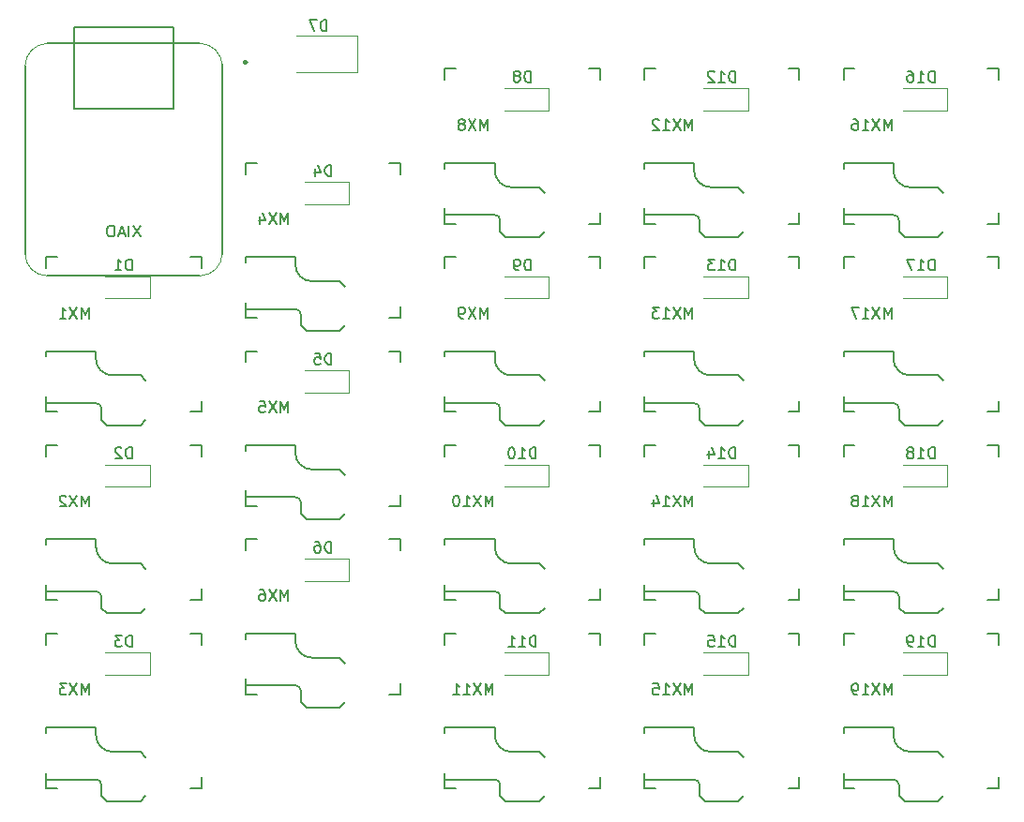
<source format=gbr>
%TF.GenerationSoftware,KiCad,Pcbnew,8.0.6*%
%TF.CreationDate,2025-02-20T09:41:11-05:00*%
%TF.ProjectId,PCB,5043422e-6b69-4636-9164-5f7063625858,rev?*%
%TF.SameCoordinates,Original*%
%TF.FileFunction,Legend,Bot*%
%TF.FilePolarity,Positive*%
%FSLAX46Y46*%
G04 Gerber Fmt 4.6, Leading zero omitted, Abs format (unit mm)*
G04 Created by KiCad (PCBNEW 8.0.6) date 2025-02-20 09:41:11*
%MOMM*%
%LPD*%
G01*
G04 APERTURE LIST*
%ADD10C,0.150000*%
%ADD11C,0.120000*%
%ADD12C,0.127000*%
%ADD13C,0.254000*%
%ADD14C,0.025400*%
G04 APERTURE END LIST*
D10*
X50840713Y-58049819D02*
X50840713Y-57049819D01*
X50840713Y-57049819D02*
X50507380Y-57764104D01*
X50507380Y-57764104D02*
X50174047Y-57049819D01*
X50174047Y-57049819D02*
X50174047Y-58049819D01*
X49793094Y-57049819D02*
X49126428Y-58049819D01*
X49126428Y-57049819D02*
X49793094Y-58049819D01*
X48269285Y-57049819D02*
X48745475Y-57049819D01*
X48745475Y-57049819D02*
X48793094Y-57526009D01*
X48793094Y-57526009D02*
X48745475Y-57478390D01*
X48745475Y-57478390D02*
X48650237Y-57430771D01*
X48650237Y-57430771D02*
X48412142Y-57430771D01*
X48412142Y-57430771D02*
X48316904Y-57478390D01*
X48316904Y-57478390D02*
X48269285Y-57526009D01*
X48269285Y-57526009D02*
X48221666Y-57621247D01*
X48221666Y-57621247D02*
X48221666Y-57859342D01*
X48221666Y-57859342D02*
X48269285Y-57954580D01*
X48269285Y-57954580D02*
X48316904Y-58002200D01*
X48316904Y-58002200D02*
X48412142Y-58049819D01*
X48412142Y-58049819D02*
X48650237Y-58049819D01*
X48650237Y-58049819D02*
X48745475Y-58002200D01*
X48745475Y-58002200D02*
X48793094Y-57954580D01*
X87316904Y-83549819D02*
X87316904Y-82549819D01*
X87316904Y-82549819D02*
X86983571Y-83264104D01*
X86983571Y-83264104D02*
X86650238Y-82549819D01*
X86650238Y-82549819D02*
X86650238Y-83549819D01*
X86269285Y-82549819D02*
X85602619Y-83549819D01*
X85602619Y-82549819D02*
X86269285Y-83549819D01*
X84697857Y-83549819D02*
X85269285Y-83549819D01*
X84983571Y-83549819D02*
X84983571Y-82549819D01*
X84983571Y-82549819D02*
X85078809Y-82692676D01*
X85078809Y-82692676D02*
X85174047Y-82787914D01*
X85174047Y-82787914D02*
X85269285Y-82835533D01*
X83793095Y-82549819D02*
X84269285Y-82549819D01*
X84269285Y-82549819D02*
X84316904Y-83026009D01*
X84316904Y-83026009D02*
X84269285Y-82978390D01*
X84269285Y-82978390D02*
X84174047Y-82930771D01*
X84174047Y-82930771D02*
X83935952Y-82930771D01*
X83935952Y-82930771D02*
X83840714Y-82978390D01*
X83840714Y-82978390D02*
X83793095Y-83026009D01*
X83793095Y-83026009D02*
X83745476Y-83121247D01*
X83745476Y-83121247D02*
X83745476Y-83359342D01*
X83745476Y-83359342D02*
X83793095Y-83454580D01*
X83793095Y-83454580D02*
X83840714Y-83502200D01*
X83840714Y-83502200D02*
X83935952Y-83549819D01*
X83935952Y-83549819D02*
X84174047Y-83549819D01*
X84174047Y-83549819D02*
X84269285Y-83502200D01*
X84269285Y-83502200D02*
X84316904Y-83454580D01*
X32840713Y-66549819D02*
X32840713Y-65549819D01*
X32840713Y-65549819D02*
X32507380Y-66264104D01*
X32507380Y-66264104D02*
X32174047Y-65549819D01*
X32174047Y-65549819D02*
X32174047Y-66549819D01*
X31793094Y-65549819D02*
X31126428Y-66549819D01*
X31126428Y-65549819D02*
X31793094Y-66549819D01*
X30793094Y-65645057D02*
X30745475Y-65597438D01*
X30745475Y-65597438D02*
X30650237Y-65549819D01*
X30650237Y-65549819D02*
X30412142Y-65549819D01*
X30412142Y-65549819D02*
X30316904Y-65597438D01*
X30316904Y-65597438D02*
X30269285Y-65645057D01*
X30269285Y-65645057D02*
X30221666Y-65740295D01*
X30221666Y-65740295D02*
X30221666Y-65835533D01*
X30221666Y-65835533D02*
X30269285Y-65978390D01*
X30269285Y-65978390D02*
X30840713Y-66549819D01*
X30840713Y-66549819D02*
X30221666Y-66549819D01*
X69316904Y-66549819D02*
X69316904Y-65549819D01*
X69316904Y-65549819D02*
X68983571Y-66264104D01*
X68983571Y-66264104D02*
X68650238Y-65549819D01*
X68650238Y-65549819D02*
X68650238Y-66549819D01*
X68269285Y-65549819D02*
X67602619Y-66549819D01*
X67602619Y-65549819D02*
X68269285Y-66549819D01*
X66697857Y-66549819D02*
X67269285Y-66549819D01*
X66983571Y-66549819D02*
X66983571Y-65549819D01*
X66983571Y-65549819D02*
X67078809Y-65692676D01*
X67078809Y-65692676D02*
X67174047Y-65787914D01*
X67174047Y-65787914D02*
X67269285Y-65835533D01*
X66078809Y-65549819D02*
X65983571Y-65549819D01*
X65983571Y-65549819D02*
X65888333Y-65597438D01*
X65888333Y-65597438D02*
X65840714Y-65645057D01*
X65840714Y-65645057D02*
X65793095Y-65740295D01*
X65793095Y-65740295D02*
X65745476Y-65930771D01*
X65745476Y-65930771D02*
X65745476Y-66168866D01*
X65745476Y-66168866D02*
X65793095Y-66359342D01*
X65793095Y-66359342D02*
X65840714Y-66454580D01*
X65840714Y-66454580D02*
X65888333Y-66502200D01*
X65888333Y-66502200D02*
X65983571Y-66549819D01*
X65983571Y-66549819D02*
X66078809Y-66549819D01*
X66078809Y-66549819D02*
X66174047Y-66502200D01*
X66174047Y-66502200D02*
X66221666Y-66454580D01*
X66221666Y-66454580D02*
X66269285Y-66359342D01*
X66269285Y-66359342D02*
X66316904Y-66168866D01*
X66316904Y-66168866D02*
X66316904Y-65930771D01*
X66316904Y-65930771D02*
X66269285Y-65740295D01*
X66269285Y-65740295D02*
X66221666Y-65645057D01*
X66221666Y-65645057D02*
X66174047Y-65597438D01*
X66174047Y-65597438D02*
X66078809Y-65549819D01*
X68840713Y-32549819D02*
X68840713Y-31549819D01*
X68840713Y-31549819D02*
X68507380Y-32264104D01*
X68507380Y-32264104D02*
X68174047Y-31549819D01*
X68174047Y-31549819D02*
X68174047Y-32549819D01*
X67793094Y-31549819D02*
X67126428Y-32549819D01*
X67126428Y-31549819D02*
X67793094Y-32549819D01*
X66602618Y-31978390D02*
X66697856Y-31930771D01*
X66697856Y-31930771D02*
X66745475Y-31883152D01*
X66745475Y-31883152D02*
X66793094Y-31787914D01*
X66793094Y-31787914D02*
X66793094Y-31740295D01*
X66793094Y-31740295D02*
X66745475Y-31645057D01*
X66745475Y-31645057D02*
X66697856Y-31597438D01*
X66697856Y-31597438D02*
X66602618Y-31549819D01*
X66602618Y-31549819D02*
X66412142Y-31549819D01*
X66412142Y-31549819D02*
X66316904Y-31597438D01*
X66316904Y-31597438D02*
X66269285Y-31645057D01*
X66269285Y-31645057D02*
X66221666Y-31740295D01*
X66221666Y-31740295D02*
X66221666Y-31787914D01*
X66221666Y-31787914D02*
X66269285Y-31883152D01*
X66269285Y-31883152D02*
X66316904Y-31930771D01*
X66316904Y-31930771D02*
X66412142Y-31978390D01*
X66412142Y-31978390D02*
X66602618Y-31978390D01*
X66602618Y-31978390D02*
X66697856Y-32026009D01*
X66697856Y-32026009D02*
X66745475Y-32073628D01*
X66745475Y-32073628D02*
X66793094Y-32168866D01*
X66793094Y-32168866D02*
X66793094Y-32359342D01*
X66793094Y-32359342D02*
X66745475Y-32454580D01*
X66745475Y-32454580D02*
X66697856Y-32502200D01*
X66697856Y-32502200D02*
X66602618Y-32549819D01*
X66602618Y-32549819D02*
X66412142Y-32549819D01*
X66412142Y-32549819D02*
X66316904Y-32502200D01*
X66316904Y-32502200D02*
X66269285Y-32454580D01*
X66269285Y-32454580D02*
X66221666Y-32359342D01*
X66221666Y-32359342D02*
X66221666Y-32168866D01*
X66221666Y-32168866D02*
X66269285Y-32073628D01*
X66269285Y-32073628D02*
X66316904Y-32026009D01*
X66316904Y-32026009D02*
X66412142Y-31978390D01*
X87316904Y-49549819D02*
X87316904Y-48549819D01*
X87316904Y-48549819D02*
X86983571Y-49264104D01*
X86983571Y-49264104D02*
X86650238Y-48549819D01*
X86650238Y-48549819D02*
X86650238Y-49549819D01*
X86269285Y-48549819D02*
X85602619Y-49549819D01*
X85602619Y-48549819D02*
X86269285Y-49549819D01*
X84697857Y-49549819D02*
X85269285Y-49549819D01*
X84983571Y-49549819D02*
X84983571Y-48549819D01*
X84983571Y-48549819D02*
X85078809Y-48692676D01*
X85078809Y-48692676D02*
X85174047Y-48787914D01*
X85174047Y-48787914D02*
X85269285Y-48835533D01*
X84364523Y-48549819D02*
X83745476Y-48549819D01*
X83745476Y-48549819D02*
X84078809Y-48930771D01*
X84078809Y-48930771D02*
X83935952Y-48930771D01*
X83935952Y-48930771D02*
X83840714Y-48978390D01*
X83840714Y-48978390D02*
X83793095Y-49026009D01*
X83793095Y-49026009D02*
X83745476Y-49121247D01*
X83745476Y-49121247D02*
X83745476Y-49359342D01*
X83745476Y-49359342D02*
X83793095Y-49454580D01*
X83793095Y-49454580D02*
X83840714Y-49502200D01*
X83840714Y-49502200D02*
X83935952Y-49549819D01*
X83935952Y-49549819D02*
X84221666Y-49549819D01*
X84221666Y-49549819D02*
X84316904Y-49502200D01*
X84316904Y-49502200D02*
X84364523Y-49454580D01*
X32840713Y-49549819D02*
X32840713Y-48549819D01*
X32840713Y-48549819D02*
X32507380Y-49264104D01*
X32507380Y-49264104D02*
X32174047Y-48549819D01*
X32174047Y-48549819D02*
X32174047Y-49549819D01*
X31793094Y-48549819D02*
X31126428Y-49549819D01*
X31126428Y-48549819D02*
X31793094Y-49549819D01*
X30221666Y-49549819D02*
X30793094Y-49549819D01*
X30507380Y-49549819D02*
X30507380Y-48549819D01*
X30507380Y-48549819D02*
X30602618Y-48692676D01*
X30602618Y-48692676D02*
X30697856Y-48787914D01*
X30697856Y-48787914D02*
X30793094Y-48835533D01*
X50840713Y-75049819D02*
X50840713Y-74049819D01*
X50840713Y-74049819D02*
X50507380Y-74764104D01*
X50507380Y-74764104D02*
X50174047Y-74049819D01*
X50174047Y-74049819D02*
X50174047Y-75049819D01*
X49793094Y-74049819D02*
X49126428Y-75049819D01*
X49126428Y-74049819D02*
X49793094Y-75049819D01*
X48316904Y-74049819D02*
X48507380Y-74049819D01*
X48507380Y-74049819D02*
X48602618Y-74097438D01*
X48602618Y-74097438D02*
X48650237Y-74145057D01*
X48650237Y-74145057D02*
X48745475Y-74287914D01*
X48745475Y-74287914D02*
X48793094Y-74478390D01*
X48793094Y-74478390D02*
X48793094Y-74859342D01*
X48793094Y-74859342D02*
X48745475Y-74954580D01*
X48745475Y-74954580D02*
X48697856Y-75002200D01*
X48697856Y-75002200D02*
X48602618Y-75049819D01*
X48602618Y-75049819D02*
X48412142Y-75049819D01*
X48412142Y-75049819D02*
X48316904Y-75002200D01*
X48316904Y-75002200D02*
X48269285Y-74954580D01*
X48269285Y-74954580D02*
X48221666Y-74859342D01*
X48221666Y-74859342D02*
X48221666Y-74621247D01*
X48221666Y-74621247D02*
X48269285Y-74526009D01*
X48269285Y-74526009D02*
X48316904Y-74478390D01*
X48316904Y-74478390D02*
X48412142Y-74430771D01*
X48412142Y-74430771D02*
X48602618Y-74430771D01*
X48602618Y-74430771D02*
X48697856Y-74478390D01*
X48697856Y-74478390D02*
X48745475Y-74526009D01*
X48745475Y-74526009D02*
X48793094Y-74621247D01*
X105316904Y-66549819D02*
X105316904Y-65549819D01*
X105316904Y-65549819D02*
X104983571Y-66264104D01*
X104983571Y-66264104D02*
X104650238Y-65549819D01*
X104650238Y-65549819D02*
X104650238Y-66549819D01*
X104269285Y-65549819D02*
X103602619Y-66549819D01*
X103602619Y-65549819D02*
X104269285Y-66549819D01*
X102697857Y-66549819D02*
X103269285Y-66549819D01*
X102983571Y-66549819D02*
X102983571Y-65549819D01*
X102983571Y-65549819D02*
X103078809Y-65692676D01*
X103078809Y-65692676D02*
X103174047Y-65787914D01*
X103174047Y-65787914D02*
X103269285Y-65835533D01*
X102126428Y-65978390D02*
X102221666Y-65930771D01*
X102221666Y-65930771D02*
X102269285Y-65883152D01*
X102269285Y-65883152D02*
X102316904Y-65787914D01*
X102316904Y-65787914D02*
X102316904Y-65740295D01*
X102316904Y-65740295D02*
X102269285Y-65645057D01*
X102269285Y-65645057D02*
X102221666Y-65597438D01*
X102221666Y-65597438D02*
X102126428Y-65549819D01*
X102126428Y-65549819D02*
X101935952Y-65549819D01*
X101935952Y-65549819D02*
X101840714Y-65597438D01*
X101840714Y-65597438D02*
X101793095Y-65645057D01*
X101793095Y-65645057D02*
X101745476Y-65740295D01*
X101745476Y-65740295D02*
X101745476Y-65787914D01*
X101745476Y-65787914D02*
X101793095Y-65883152D01*
X101793095Y-65883152D02*
X101840714Y-65930771D01*
X101840714Y-65930771D02*
X101935952Y-65978390D01*
X101935952Y-65978390D02*
X102126428Y-65978390D01*
X102126428Y-65978390D02*
X102221666Y-66026009D01*
X102221666Y-66026009D02*
X102269285Y-66073628D01*
X102269285Y-66073628D02*
X102316904Y-66168866D01*
X102316904Y-66168866D02*
X102316904Y-66359342D01*
X102316904Y-66359342D02*
X102269285Y-66454580D01*
X102269285Y-66454580D02*
X102221666Y-66502200D01*
X102221666Y-66502200D02*
X102126428Y-66549819D01*
X102126428Y-66549819D02*
X101935952Y-66549819D01*
X101935952Y-66549819D02*
X101840714Y-66502200D01*
X101840714Y-66502200D02*
X101793095Y-66454580D01*
X101793095Y-66454580D02*
X101745476Y-66359342D01*
X101745476Y-66359342D02*
X101745476Y-66168866D01*
X101745476Y-66168866D02*
X101793095Y-66073628D01*
X101793095Y-66073628D02*
X101840714Y-66026009D01*
X101840714Y-66026009D02*
X101935952Y-65978390D01*
X87316904Y-66549819D02*
X87316904Y-65549819D01*
X87316904Y-65549819D02*
X86983571Y-66264104D01*
X86983571Y-66264104D02*
X86650238Y-65549819D01*
X86650238Y-65549819D02*
X86650238Y-66549819D01*
X86269285Y-65549819D02*
X85602619Y-66549819D01*
X85602619Y-65549819D02*
X86269285Y-66549819D01*
X84697857Y-66549819D02*
X85269285Y-66549819D01*
X84983571Y-66549819D02*
X84983571Y-65549819D01*
X84983571Y-65549819D02*
X85078809Y-65692676D01*
X85078809Y-65692676D02*
X85174047Y-65787914D01*
X85174047Y-65787914D02*
X85269285Y-65835533D01*
X83840714Y-65883152D02*
X83840714Y-66549819D01*
X84078809Y-65502200D02*
X84316904Y-66216485D01*
X84316904Y-66216485D02*
X83697857Y-66216485D01*
X68840713Y-49549819D02*
X68840713Y-48549819D01*
X68840713Y-48549819D02*
X68507380Y-49264104D01*
X68507380Y-49264104D02*
X68174047Y-48549819D01*
X68174047Y-48549819D02*
X68174047Y-49549819D01*
X67793094Y-48549819D02*
X67126428Y-49549819D01*
X67126428Y-48549819D02*
X67793094Y-49549819D01*
X66697856Y-49549819D02*
X66507380Y-49549819D01*
X66507380Y-49549819D02*
X66412142Y-49502200D01*
X66412142Y-49502200D02*
X66364523Y-49454580D01*
X66364523Y-49454580D02*
X66269285Y-49311723D01*
X66269285Y-49311723D02*
X66221666Y-49121247D01*
X66221666Y-49121247D02*
X66221666Y-48740295D01*
X66221666Y-48740295D02*
X66269285Y-48645057D01*
X66269285Y-48645057D02*
X66316904Y-48597438D01*
X66316904Y-48597438D02*
X66412142Y-48549819D01*
X66412142Y-48549819D02*
X66602618Y-48549819D01*
X66602618Y-48549819D02*
X66697856Y-48597438D01*
X66697856Y-48597438D02*
X66745475Y-48645057D01*
X66745475Y-48645057D02*
X66793094Y-48740295D01*
X66793094Y-48740295D02*
X66793094Y-48978390D01*
X66793094Y-48978390D02*
X66745475Y-49073628D01*
X66745475Y-49073628D02*
X66697856Y-49121247D01*
X66697856Y-49121247D02*
X66602618Y-49168866D01*
X66602618Y-49168866D02*
X66412142Y-49168866D01*
X66412142Y-49168866D02*
X66316904Y-49121247D01*
X66316904Y-49121247D02*
X66269285Y-49073628D01*
X66269285Y-49073628D02*
X66221666Y-48978390D01*
X69316904Y-83549819D02*
X69316904Y-82549819D01*
X69316904Y-82549819D02*
X68983571Y-83264104D01*
X68983571Y-83264104D02*
X68650238Y-82549819D01*
X68650238Y-82549819D02*
X68650238Y-83549819D01*
X68269285Y-82549819D02*
X67602619Y-83549819D01*
X67602619Y-82549819D02*
X68269285Y-83549819D01*
X66697857Y-83549819D02*
X67269285Y-83549819D01*
X66983571Y-83549819D02*
X66983571Y-82549819D01*
X66983571Y-82549819D02*
X67078809Y-82692676D01*
X67078809Y-82692676D02*
X67174047Y-82787914D01*
X67174047Y-82787914D02*
X67269285Y-82835533D01*
X65745476Y-83549819D02*
X66316904Y-83549819D01*
X66031190Y-83549819D02*
X66031190Y-82549819D01*
X66031190Y-82549819D02*
X66126428Y-82692676D01*
X66126428Y-82692676D02*
X66221666Y-82787914D01*
X66221666Y-82787914D02*
X66316904Y-82835533D01*
X105316904Y-32549819D02*
X105316904Y-31549819D01*
X105316904Y-31549819D02*
X104983571Y-32264104D01*
X104983571Y-32264104D02*
X104650238Y-31549819D01*
X104650238Y-31549819D02*
X104650238Y-32549819D01*
X104269285Y-31549819D02*
X103602619Y-32549819D01*
X103602619Y-31549819D02*
X104269285Y-32549819D01*
X102697857Y-32549819D02*
X103269285Y-32549819D01*
X102983571Y-32549819D02*
X102983571Y-31549819D01*
X102983571Y-31549819D02*
X103078809Y-31692676D01*
X103078809Y-31692676D02*
X103174047Y-31787914D01*
X103174047Y-31787914D02*
X103269285Y-31835533D01*
X101840714Y-31549819D02*
X102031190Y-31549819D01*
X102031190Y-31549819D02*
X102126428Y-31597438D01*
X102126428Y-31597438D02*
X102174047Y-31645057D01*
X102174047Y-31645057D02*
X102269285Y-31787914D01*
X102269285Y-31787914D02*
X102316904Y-31978390D01*
X102316904Y-31978390D02*
X102316904Y-32359342D01*
X102316904Y-32359342D02*
X102269285Y-32454580D01*
X102269285Y-32454580D02*
X102221666Y-32502200D01*
X102221666Y-32502200D02*
X102126428Y-32549819D01*
X102126428Y-32549819D02*
X101935952Y-32549819D01*
X101935952Y-32549819D02*
X101840714Y-32502200D01*
X101840714Y-32502200D02*
X101793095Y-32454580D01*
X101793095Y-32454580D02*
X101745476Y-32359342D01*
X101745476Y-32359342D02*
X101745476Y-32121247D01*
X101745476Y-32121247D02*
X101793095Y-32026009D01*
X101793095Y-32026009D02*
X101840714Y-31978390D01*
X101840714Y-31978390D02*
X101935952Y-31930771D01*
X101935952Y-31930771D02*
X102126428Y-31930771D01*
X102126428Y-31930771D02*
X102221666Y-31978390D01*
X102221666Y-31978390D02*
X102269285Y-32026009D01*
X102269285Y-32026009D02*
X102316904Y-32121247D01*
X32840713Y-83549819D02*
X32840713Y-82549819D01*
X32840713Y-82549819D02*
X32507380Y-83264104D01*
X32507380Y-83264104D02*
X32174047Y-82549819D01*
X32174047Y-82549819D02*
X32174047Y-83549819D01*
X31793094Y-82549819D02*
X31126428Y-83549819D01*
X31126428Y-82549819D02*
X31793094Y-83549819D01*
X30840713Y-82549819D02*
X30221666Y-82549819D01*
X30221666Y-82549819D02*
X30554999Y-82930771D01*
X30554999Y-82930771D02*
X30412142Y-82930771D01*
X30412142Y-82930771D02*
X30316904Y-82978390D01*
X30316904Y-82978390D02*
X30269285Y-83026009D01*
X30269285Y-83026009D02*
X30221666Y-83121247D01*
X30221666Y-83121247D02*
X30221666Y-83359342D01*
X30221666Y-83359342D02*
X30269285Y-83454580D01*
X30269285Y-83454580D02*
X30316904Y-83502200D01*
X30316904Y-83502200D02*
X30412142Y-83549819D01*
X30412142Y-83549819D02*
X30697856Y-83549819D01*
X30697856Y-83549819D02*
X30793094Y-83502200D01*
X30793094Y-83502200D02*
X30840713Y-83454580D01*
X87316904Y-32549819D02*
X87316904Y-31549819D01*
X87316904Y-31549819D02*
X86983571Y-32264104D01*
X86983571Y-32264104D02*
X86650238Y-31549819D01*
X86650238Y-31549819D02*
X86650238Y-32549819D01*
X86269285Y-31549819D02*
X85602619Y-32549819D01*
X85602619Y-31549819D02*
X86269285Y-32549819D01*
X84697857Y-32549819D02*
X85269285Y-32549819D01*
X84983571Y-32549819D02*
X84983571Y-31549819D01*
X84983571Y-31549819D02*
X85078809Y-31692676D01*
X85078809Y-31692676D02*
X85174047Y-31787914D01*
X85174047Y-31787914D02*
X85269285Y-31835533D01*
X84316904Y-31645057D02*
X84269285Y-31597438D01*
X84269285Y-31597438D02*
X84174047Y-31549819D01*
X84174047Y-31549819D02*
X83935952Y-31549819D01*
X83935952Y-31549819D02*
X83840714Y-31597438D01*
X83840714Y-31597438D02*
X83793095Y-31645057D01*
X83793095Y-31645057D02*
X83745476Y-31740295D01*
X83745476Y-31740295D02*
X83745476Y-31835533D01*
X83745476Y-31835533D02*
X83793095Y-31978390D01*
X83793095Y-31978390D02*
X84364523Y-32549819D01*
X84364523Y-32549819D02*
X83745476Y-32549819D01*
X50840713Y-41049819D02*
X50840713Y-40049819D01*
X50840713Y-40049819D02*
X50507380Y-40764104D01*
X50507380Y-40764104D02*
X50174047Y-40049819D01*
X50174047Y-40049819D02*
X50174047Y-41049819D01*
X49793094Y-40049819D02*
X49126428Y-41049819D01*
X49126428Y-40049819D02*
X49793094Y-41049819D01*
X48316904Y-40383152D02*
X48316904Y-41049819D01*
X48554999Y-40002200D02*
X48793094Y-40716485D01*
X48793094Y-40716485D02*
X48174047Y-40716485D01*
X105316904Y-49549819D02*
X105316904Y-48549819D01*
X105316904Y-48549819D02*
X104983571Y-49264104D01*
X104983571Y-49264104D02*
X104650238Y-48549819D01*
X104650238Y-48549819D02*
X104650238Y-49549819D01*
X104269285Y-48549819D02*
X103602619Y-49549819D01*
X103602619Y-48549819D02*
X104269285Y-49549819D01*
X102697857Y-49549819D02*
X103269285Y-49549819D01*
X102983571Y-49549819D02*
X102983571Y-48549819D01*
X102983571Y-48549819D02*
X103078809Y-48692676D01*
X103078809Y-48692676D02*
X103174047Y-48787914D01*
X103174047Y-48787914D02*
X103269285Y-48835533D01*
X102364523Y-48549819D02*
X101697857Y-48549819D01*
X101697857Y-48549819D02*
X102126428Y-49549819D01*
X105316904Y-83549819D02*
X105316904Y-82549819D01*
X105316904Y-82549819D02*
X104983571Y-83264104D01*
X104983571Y-83264104D02*
X104650238Y-82549819D01*
X104650238Y-82549819D02*
X104650238Y-83549819D01*
X104269285Y-82549819D02*
X103602619Y-83549819D01*
X103602619Y-82549819D02*
X104269285Y-83549819D01*
X102697857Y-83549819D02*
X103269285Y-83549819D01*
X102983571Y-83549819D02*
X102983571Y-82549819D01*
X102983571Y-82549819D02*
X103078809Y-82692676D01*
X103078809Y-82692676D02*
X103174047Y-82787914D01*
X103174047Y-82787914D02*
X103269285Y-82835533D01*
X102221666Y-83549819D02*
X102031190Y-83549819D01*
X102031190Y-83549819D02*
X101935952Y-83502200D01*
X101935952Y-83502200D02*
X101888333Y-83454580D01*
X101888333Y-83454580D02*
X101793095Y-83311723D01*
X101793095Y-83311723D02*
X101745476Y-83121247D01*
X101745476Y-83121247D02*
X101745476Y-82740295D01*
X101745476Y-82740295D02*
X101793095Y-82645057D01*
X101793095Y-82645057D02*
X101840714Y-82597438D01*
X101840714Y-82597438D02*
X101935952Y-82549819D01*
X101935952Y-82549819D02*
X102126428Y-82549819D01*
X102126428Y-82549819D02*
X102221666Y-82597438D01*
X102221666Y-82597438D02*
X102269285Y-82645057D01*
X102269285Y-82645057D02*
X102316904Y-82740295D01*
X102316904Y-82740295D02*
X102316904Y-82978390D01*
X102316904Y-82978390D02*
X102269285Y-83073628D01*
X102269285Y-83073628D02*
X102221666Y-83121247D01*
X102221666Y-83121247D02*
X102126428Y-83168866D01*
X102126428Y-83168866D02*
X101935952Y-83168866D01*
X101935952Y-83168866D02*
X101840714Y-83121247D01*
X101840714Y-83121247D02*
X101793095Y-83073628D01*
X101793095Y-83073628D02*
X101745476Y-82978390D01*
X73214285Y-79204819D02*
X73214285Y-78204819D01*
X73214285Y-78204819D02*
X72976190Y-78204819D01*
X72976190Y-78204819D02*
X72833333Y-78252438D01*
X72833333Y-78252438D02*
X72738095Y-78347676D01*
X72738095Y-78347676D02*
X72690476Y-78442914D01*
X72690476Y-78442914D02*
X72642857Y-78633390D01*
X72642857Y-78633390D02*
X72642857Y-78776247D01*
X72642857Y-78776247D02*
X72690476Y-78966723D01*
X72690476Y-78966723D02*
X72738095Y-79061961D01*
X72738095Y-79061961D02*
X72833333Y-79157200D01*
X72833333Y-79157200D02*
X72976190Y-79204819D01*
X72976190Y-79204819D02*
X73214285Y-79204819D01*
X71690476Y-79204819D02*
X72261904Y-79204819D01*
X71976190Y-79204819D02*
X71976190Y-78204819D01*
X71976190Y-78204819D02*
X72071428Y-78347676D01*
X72071428Y-78347676D02*
X72166666Y-78442914D01*
X72166666Y-78442914D02*
X72261904Y-78490533D01*
X70738095Y-79204819D02*
X71309523Y-79204819D01*
X71023809Y-79204819D02*
X71023809Y-78204819D01*
X71023809Y-78204819D02*
X71119047Y-78347676D01*
X71119047Y-78347676D02*
X71214285Y-78442914D01*
X71214285Y-78442914D02*
X71309523Y-78490533D01*
X73214285Y-62204819D02*
X73214285Y-61204819D01*
X73214285Y-61204819D02*
X72976190Y-61204819D01*
X72976190Y-61204819D02*
X72833333Y-61252438D01*
X72833333Y-61252438D02*
X72738095Y-61347676D01*
X72738095Y-61347676D02*
X72690476Y-61442914D01*
X72690476Y-61442914D02*
X72642857Y-61633390D01*
X72642857Y-61633390D02*
X72642857Y-61776247D01*
X72642857Y-61776247D02*
X72690476Y-61966723D01*
X72690476Y-61966723D02*
X72738095Y-62061961D01*
X72738095Y-62061961D02*
X72833333Y-62157200D01*
X72833333Y-62157200D02*
X72976190Y-62204819D01*
X72976190Y-62204819D02*
X73214285Y-62204819D01*
X71690476Y-62204819D02*
X72261904Y-62204819D01*
X71976190Y-62204819D02*
X71976190Y-61204819D01*
X71976190Y-61204819D02*
X72071428Y-61347676D01*
X72071428Y-61347676D02*
X72166666Y-61442914D01*
X72166666Y-61442914D02*
X72261904Y-61490533D01*
X71071428Y-61204819D02*
X70976190Y-61204819D01*
X70976190Y-61204819D02*
X70880952Y-61252438D01*
X70880952Y-61252438D02*
X70833333Y-61300057D01*
X70833333Y-61300057D02*
X70785714Y-61395295D01*
X70785714Y-61395295D02*
X70738095Y-61585771D01*
X70738095Y-61585771D02*
X70738095Y-61823866D01*
X70738095Y-61823866D02*
X70785714Y-62014342D01*
X70785714Y-62014342D02*
X70833333Y-62109580D01*
X70833333Y-62109580D02*
X70880952Y-62157200D01*
X70880952Y-62157200D02*
X70976190Y-62204819D01*
X70976190Y-62204819D02*
X71071428Y-62204819D01*
X71071428Y-62204819D02*
X71166666Y-62157200D01*
X71166666Y-62157200D02*
X71214285Y-62109580D01*
X71214285Y-62109580D02*
X71261904Y-62014342D01*
X71261904Y-62014342D02*
X71309523Y-61823866D01*
X71309523Y-61823866D02*
X71309523Y-61585771D01*
X71309523Y-61585771D02*
X71261904Y-61395295D01*
X71261904Y-61395295D02*
X71214285Y-61300057D01*
X71214285Y-61300057D02*
X71166666Y-61252438D01*
X71166666Y-61252438D02*
X71071428Y-61204819D01*
X36738094Y-62204819D02*
X36738094Y-61204819D01*
X36738094Y-61204819D02*
X36499999Y-61204819D01*
X36499999Y-61204819D02*
X36357142Y-61252438D01*
X36357142Y-61252438D02*
X36261904Y-61347676D01*
X36261904Y-61347676D02*
X36214285Y-61442914D01*
X36214285Y-61442914D02*
X36166666Y-61633390D01*
X36166666Y-61633390D02*
X36166666Y-61776247D01*
X36166666Y-61776247D02*
X36214285Y-61966723D01*
X36214285Y-61966723D02*
X36261904Y-62061961D01*
X36261904Y-62061961D02*
X36357142Y-62157200D01*
X36357142Y-62157200D02*
X36499999Y-62204819D01*
X36499999Y-62204819D02*
X36738094Y-62204819D01*
X35785713Y-61300057D02*
X35738094Y-61252438D01*
X35738094Y-61252438D02*
X35642856Y-61204819D01*
X35642856Y-61204819D02*
X35404761Y-61204819D01*
X35404761Y-61204819D02*
X35309523Y-61252438D01*
X35309523Y-61252438D02*
X35261904Y-61300057D01*
X35261904Y-61300057D02*
X35214285Y-61395295D01*
X35214285Y-61395295D02*
X35214285Y-61490533D01*
X35214285Y-61490533D02*
X35261904Y-61633390D01*
X35261904Y-61633390D02*
X35833332Y-62204819D01*
X35833332Y-62204819D02*
X35214285Y-62204819D01*
X91214285Y-45204819D02*
X91214285Y-44204819D01*
X91214285Y-44204819D02*
X90976190Y-44204819D01*
X90976190Y-44204819D02*
X90833333Y-44252438D01*
X90833333Y-44252438D02*
X90738095Y-44347676D01*
X90738095Y-44347676D02*
X90690476Y-44442914D01*
X90690476Y-44442914D02*
X90642857Y-44633390D01*
X90642857Y-44633390D02*
X90642857Y-44776247D01*
X90642857Y-44776247D02*
X90690476Y-44966723D01*
X90690476Y-44966723D02*
X90738095Y-45061961D01*
X90738095Y-45061961D02*
X90833333Y-45157200D01*
X90833333Y-45157200D02*
X90976190Y-45204819D01*
X90976190Y-45204819D02*
X91214285Y-45204819D01*
X89690476Y-45204819D02*
X90261904Y-45204819D01*
X89976190Y-45204819D02*
X89976190Y-44204819D01*
X89976190Y-44204819D02*
X90071428Y-44347676D01*
X90071428Y-44347676D02*
X90166666Y-44442914D01*
X90166666Y-44442914D02*
X90261904Y-44490533D01*
X89357142Y-44204819D02*
X88738095Y-44204819D01*
X88738095Y-44204819D02*
X89071428Y-44585771D01*
X89071428Y-44585771D02*
X88928571Y-44585771D01*
X88928571Y-44585771D02*
X88833333Y-44633390D01*
X88833333Y-44633390D02*
X88785714Y-44681009D01*
X88785714Y-44681009D02*
X88738095Y-44776247D01*
X88738095Y-44776247D02*
X88738095Y-45014342D01*
X88738095Y-45014342D02*
X88785714Y-45109580D01*
X88785714Y-45109580D02*
X88833333Y-45157200D01*
X88833333Y-45157200D02*
X88928571Y-45204819D01*
X88928571Y-45204819D02*
X89214285Y-45204819D01*
X89214285Y-45204819D02*
X89309523Y-45157200D01*
X89309523Y-45157200D02*
X89357142Y-45109580D01*
X109214285Y-79204819D02*
X109214285Y-78204819D01*
X109214285Y-78204819D02*
X108976190Y-78204819D01*
X108976190Y-78204819D02*
X108833333Y-78252438D01*
X108833333Y-78252438D02*
X108738095Y-78347676D01*
X108738095Y-78347676D02*
X108690476Y-78442914D01*
X108690476Y-78442914D02*
X108642857Y-78633390D01*
X108642857Y-78633390D02*
X108642857Y-78776247D01*
X108642857Y-78776247D02*
X108690476Y-78966723D01*
X108690476Y-78966723D02*
X108738095Y-79061961D01*
X108738095Y-79061961D02*
X108833333Y-79157200D01*
X108833333Y-79157200D02*
X108976190Y-79204819D01*
X108976190Y-79204819D02*
X109214285Y-79204819D01*
X107690476Y-79204819D02*
X108261904Y-79204819D01*
X107976190Y-79204819D02*
X107976190Y-78204819D01*
X107976190Y-78204819D02*
X108071428Y-78347676D01*
X108071428Y-78347676D02*
X108166666Y-78442914D01*
X108166666Y-78442914D02*
X108261904Y-78490533D01*
X107214285Y-79204819D02*
X107023809Y-79204819D01*
X107023809Y-79204819D02*
X106928571Y-79157200D01*
X106928571Y-79157200D02*
X106880952Y-79109580D01*
X106880952Y-79109580D02*
X106785714Y-78966723D01*
X106785714Y-78966723D02*
X106738095Y-78776247D01*
X106738095Y-78776247D02*
X106738095Y-78395295D01*
X106738095Y-78395295D02*
X106785714Y-78300057D01*
X106785714Y-78300057D02*
X106833333Y-78252438D01*
X106833333Y-78252438D02*
X106928571Y-78204819D01*
X106928571Y-78204819D02*
X107119047Y-78204819D01*
X107119047Y-78204819D02*
X107214285Y-78252438D01*
X107214285Y-78252438D02*
X107261904Y-78300057D01*
X107261904Y-78300057D02*
X107309523Y-78395295D01*
X107309523Y-78395295D02*
X107309523Y-78633390D01*
X107309523Y-78633390D02*
X107261904Y-78728628D01*
X107261904Y-78728628D02*
X107214285Y-78776247D01*
X107214285Y-78776247D02*
X107119047Y-78823866D01*
X107119047Y-78823866D02*
X106928571Y-78823866D01*
X106928571Y-78823866D02*
X106833333Y-78776247D01*
X106833333Y-78776247D02*
X106785714Y-78728628D01*
X106785714Y-78728628D02*
X106738095Y-78633390D01*
X37523808Y-41166834D02*
X36857142Y-42166834D01*
X36857142Y-41166834D02*
X37523808Y-42166834D01*
X36476189Y-42166834D02*
X36476189Y-41166834D01*
X36047618Y-41881119D02*
X35571428Y-41881119D01*
X36142856Y-42166834D02*
X35809523Y-41166834D01*
X35809523Y-41166834D02*
X35476190Y-42166834D01*
X34952380Y-41166834D02*
X34761904Y-41166834D01*
X34761904Y-41166834D02*
X34666666Y-41214453D01*
X34666666Y-41214453D02*
X34571428Y-41309691D01*
X34571428Y-41309691D02*
X34523809Y-41500167D01*
X34523809Y-41500167D02*
X34523809Y-41833500D01*
X34523809Y-41833500D02*
X34571428Y-42023976D01*
X34571428Y-42023976D02*
X34666666Y-42119215D01*
X34666666Y-42119215D02*
X34761904Y-42166834D01*
X34761904Y-42166834D02*
X34952380Y-42166834D01*
X34952380Y-42166834D02*
X35047618Y-42119215D01*
X35047618Y-42119215D02*
X35142856Y-42023976D01*
X35142856Y-42023976D02*
X35190475Y-41833500D01*
X35190475Y-41833500D02*
X35190475Y-41500167D01*
X35190475Y-41500167D02*
X35142856Y-41309691D01*
X35142856Y-41309691D02*
X35047618Y-41214453D01*
X35047618Y-41214453D02*
X34952380Y-41166834D01*
X109214285Y-28204819D02*
X109214285Y-27204819D01*
X109214285Y-27204819D02*
X108976190Y-27204819D01*
X108976190Y-27204819D02*
X108833333Y-27252438D01*
X108833333Y-27252438D02*
X108738095Y-27347676D01*
X108738095Y-27347676D02*
X108690476Y-27442914D01*
X108690476Y-27442914D02*
X108642857Y-27633390D01*
X108642857Y-27633390D02*
X108642857Y-27776247D01*
X108642857Y-27776247D02*
X108690476Y-27966723D01*
X108690476Y-27966723D02*
X108738095Y-28061961D01*
X108738095Y-28061961D02*
X108833333Y-28157200D01*
X108833333Y-28157200D02*
X108976190Y-28204819D01*
X108976190Y-28204819D02*
X109214285Y-28204819D01*
X107690476Y-28204819D02*
X108261904Y-28204819D01*
X107976190Y-28204819D02*
X107976190Y-27204819D01*
X107976190Y-27204819D02*
X108071428Y-27347676D01*
X108071428Y-27347676D02*
X108166666Y-27442914D01*
X108166666Y-27442914D02*
X108261904Y-27490533D01*
X106833333Y-27204819D02*
X107023809Y-27204819D01*
X107023809Y-27204819D02*
X107119047Y-27252438D01*
X107119047Y-27252438D02*
X107166666Y-27300057D01*
X107166666Y-27300057D02*
X107261904Y-27442914D01*
X107261904Y-27442914D02*
X107309523Y-27633390D01*
X107309523Y-27633390D02*
X107309523Y-28014342D01*
X107309523Y-28014342D02*
X107261904Y-28109580D01*
X107261904Y-28109580D02*
X107214285Y-28157200D01*
X107214285Y-28157200D02*
X107119047Y-28204819D01*
X107119047Y-28204819D02*
X106928571Y-28204819D01*
X106928571Y-28204819D02*
X106833333Y-28157200D01*
X106833333Y-28157200D02*
X106785714Y-28109580D01*
X106785714Y-28109580D02*
X106738095Y-28014342D01*
X106738095Y-28014342D02*
X106738095Y-27776247D01*
X106738095Y-27776247D02*
X106785714Y-27681009D01*
X106785714Y-27681009D02*
X106833333Y-27633390D01*
X106833333Y-27633390D02*
X106928571Y-27585771D01*
X106928571Y-27585771D02*
X107119047Y-27585771D01*
X107119047Y-27585771D02*
X107214285Y-27633390D01*
X107214285Y-27633390D02*
X107261904Y-27681009D01*
X107261904Y-27681009D02*
X107309523Y-27776247D01*
X54738094Y-53704819D02*
X54738094Y-52704819D01*
X54738094Y-52704819D02*
X54499999Y-52704819D01*
X54499999Y-52704819D02*
X54357142Y-52752438D01*
X54357142Y-52752438D02*
X54261904Y-52847676D01*
X54261904Y-52847676D02*
X54214285Y-52942914D01*
X54214285Y-52942914D02*
X54166666Y-53133390D01*
X54166666Y-53133390D02*
X54166666Y-53276247D01*
X54166666Y-53276247D02*
X54214285Y-53466723D01*
X54214285Y-53466723D02*
X54261904Y-53561961D01*
X54261904Y-53561961D02*
X54357142Y-53657200D01*
X54357142Y-53657200D02*
X54499999Y-53704819D01*
X54499999Y-53704819D02*
X54738094Y-53704819D01*
X53261904Y-52704819D02*
X53738094Y-52704819D01*
X53738094Y-52704819D02*
X53785713Y-53181009D01*
X53785713Y-53181009D02*
X53738094Y-53133390D01*
X53738094Y-53133390D02*
X53642856Y-53085771D01*
X53642856Y-53085771D02*
X53404761Y-53085771D01*
X53404761Y-53085771D02*
X53309523Y-53133390D01*
X53309523Y-53133390D02*
X53261904Y-53181009D01*
X53261904Y-53181009D02*
X53214285Y-53276247D01*
X53214285Y-53276247D02*
X53214285Y-53514342D01*
X53214285Y-53514342D02*
X53261904Y-53609580D01*
X53261904Y-53609580D02*
X53309523Y-53657200D01*
X53309523Y-53657200D02*
X53404761Y-53704819D01*
X53404761Y-53704819D02*
X53642856Y-53704819D01*
X53642856Y-53704819D02*
X53738094Y-53657200D01*
X53738094Y-53657200D02*
X53785713Y-53609580D01*
X91214285Y-28204819D02*
X91214285Y-27204819D01*
X91214285Y-27204819D02*
X90976190Y-27204819D01*
X90976190Y-27204819D02*
X90833333Y-27252438D01*
X90833333Y-27252438D02*
X90738095Y-27347676D01*
X90738095Y-27347676D02*
X90690476Y-27442914D01*
X90690476Y-27442914D02*
X90642857Y-27633390D01*
X90642857Y-27633390D02*
X90642857Y-27776247D01*
X90642857Y-27776247D02*
X90690476Y-27966723D01*
X90690476Y-27966723D02*
X90738095Y-28061961D01*
X90738095Y-28061961D02*
X90833333Y-28157200D01*
X90833333Y-28157200D02*
X90976190Y-28204819D01*
X90976190Y-28204819D02*
X91214285Y-28204819D01*
X89690476Y-28204819D02*
X90261904Y-28204819D01*
X89976190Y-28204819D02*
X89976190Y-27204819D01*
X89976190Y-27204819D02*
X90071428Y-27347676D01*
X90071428Y-27347676D02*
X90166666Y-27442914D01*
X90166666Y-27442914D02*
X90261904Y-27490533D01*
X89309523Y-27300057D02*
X89261904Y-27252438D01*
X89261904Y-27252438D02*
X89166666Y-27204819D01*
X89166666Y-27204819D02*
X88928571Y-27204819D01*
X88928571Y-27204819D02*
X88833333Y-27252438D01*
X88833333Y-27252438D02*
X88785714Y-27300057D01*
X88785714Y-27300057D02*
X88738095Y-27395295D01*
X88738095Y-27395295D02*
X88738095Y-27490533D01*
X88738095Y-27490533D02*
X88785714Y-27633390D01*
X88785714Y-27633390D02*
X89357142Y-28204819D01*
X89357142Y-28204819D02*
X88738095Y-28204819D01*
X91214285Y-79204819D02*
X91214285Y-78204819D01*
X91214285Y-78204819D02*
X90976190Y-78204819D01*
X90976190Y-78204819D02*
X90833333Y-78252438D01*
X90833333Y-78252438D02*
X90738095Y-78347676D01*
X90738095Y-78347676D02*
X90690476Y-78442914D01*
X90690476Y-78442914D02*
X90642857Y-78633390D01*
X90642857Y-78633390D02*
X90642857Y-78776247D01*
X90642857Y-78776247D02*
X90690476Y-78966723D01*
X90690476Y-78966723D02*
X90738095Y-79061961D01*
X90738095Y-79061961D02*
X90833333Y-79157200D01*
X90833333Y-79157200D02*
X90976190Y-79204819D01*
X90976190Y-79204819D02*
X91214285Y-79204819D01*
X89690476Y-79204819D02*
X90261904Y-79204819D01*
X89976190Y-79204819D02*
X89976190Y-78204819D01*
X89976190Y-78204819D02*
X90071428Y-78347676D01*
X90071428Y-78347676D02*
X90166666Y-78442914D01*
X90166666Y-78442914D02*
X90261904Y-78490533D01*
X88785714Y-78204819D02*
X89261904Y-78204819D01*
X89261904Y-78204819D02*
X89309523Y-78681009D01*
X89309523Y-78681009D02*
X89261904Y-78633390D01*
X89261904Y-78633390D02*
X89166666Y-78585771D01*
X89166666Y-78585771D02*
X88928571Y-78585771D01*
X88928571Y-78585771D02*
X88833333Y-78633390D01*
X88833333Y-78633390D02*
X88785714Y-78681009D01*
X88785714Y-78681009D02*
X88738095Y-78776247D01*
X88738095Y-78776247D02*
X88738095Y-79014342D01*
X88738095Y-79014342D02*
X88785714Y-79109580D01*
X88785714Y-79109580D02*
X88833333Y-79157200D01*
X88833333Y-79157200D02*
X88928571Y-79204819D01*
X88928571Y-79204819D02*
X89166666Y-79204819D01*
X89166666Y-79204819D02*
X89261904Y-79157200D01*
X89261904Y-79157200D02*
X89309523Y-79109580D01*
X91214285Y-62204819D02*
X91214285Y-61204819D01*
X91214285Y-61204819D02*
X90976190Y-61204819D01*
X90976190Y-61204819D02*
X90833333Y-61252438D01*
X90833333Y-61252438D02*
X90738095Y-61347676D01*
X90738095Y-61347676D02*
X90690476Y-61442914D01*
X90690476Y-61442914D02*
X90642857Y-61633390D01*
X90642857Y-61633390D02*
X90642857Y-61776247D01*
X90642857Y-61776247D02*
X90690476Y-61966723D01*
X90690476Y-61966723D02*
X90738095Y-62061961D01*
X90738095Y-62061961D02*
X90833333Y-62157200D01*
X90833333Y-62157200D02*
X90976190Y-62204819D01*
X90976190Y-62204819D02*
X91214285Y-62204819D01*
X89690476Y-62204819D02*
X90261904Y-62204819D01*
X89976190Y-62204819D02*
X89976190Y-61204819D01*
X89976190Y-61204819D02*
X90071428Y-61347676D01*
X90071428Y-61347676D02*
X90166666Y-61442914D01*
X90166666Y-61442914D02*
X90261904Y-61490533D01*
X88833333Y-61538152D02*
X88833333Y-62204819D01*
X89071428Y-61157200D02*
X89309523Y-61871485D01*
X89309523Y-61871485D02*
X88690476Y-61871485D01*
X36738094Y-45204819D02*
X36738094Y-44204819D01*
X36738094Y-44204819D02*
X36499999Y-44204819D01*
X36499999Y-44204819D02*
X36357142Y-44252438D01*
X36357142Y-44252438D02*
X36261904Y-44347676D01*
X36261904Y-44347676D02*
X36214285Y-44442914D01*
X36214285Y-44442914D02*
X36166666Y-44633390D01*
X36166666Y-44633390D02*
X36166666Y-44776247D01*
X36166666Y-44776247D02*
X36214285Y-44966723D01*
X36214285Y-44966723D02*
X36261904Y-45061961D01*
X36261904Y-45061961D02*
X36357142Y-45157200D01*
X36357142Y-45157200D02*
X36499999Y-45204819D01*
X36499999Y-45204819D02*
X36738094Y-45204819D01*
X35214285Y-45204819D02*
X35785713Y-45204819D01*
X35499999Y-45204819D02*
X35499999Y-44204819D01*
X35499999Y-44204819D02*
X35595237Y-44347676D01*
X35595237Y-44347676D02*
X35690475Y-44442914D01*
X35690475Y-44442914D02*
X35785713Y-44490533D01*
X72738094Y-28204819D02*
X72738094Y-27204819D01*
X72738094Y-27204819D02*
X72499999Y-27204819D01*
X72499999Y-27204819D02*
X72357142Y-27252438D01*
X72357142Y-27252438D02*
X72261904Y-27347676D01*
X72261904Y-27347676D02*
X72214285Y-27442914D01*
X72214285Y-27442914D02*
X72166666Y-27633390D01*
X72166666Y-27633390D02*
X72166666Y-27776247D01*
X72166666Y-27776247D02*
X72214285Y-27966723D01*
X72214285Y-27966723D02*
X72261904Y-28061961D01*
X72261904Y-28061961D02*
X72357142Y-28157200D01*
X72357142Y-28157200D02*
X72499999Y-28204819D01*
X72499999Y-28204819D02*
X72738094Y-28204819D01*
X71595237Y-27633390D02*
X71690475Y-27585771D01*
X71690475Y-27585771D02*
X71738094Y-27538152D01*
X71738094Y-27538152D02*
X71785713Y-27442914D01*
X71785713Y-27442914D02*
X71785713Y-27395295D01*
X71785713Y-27395295D02*
X71738094Y-27300057D01*
X71738094Y-27300057D02*
X71690475Y-27252438D01*
X71690475Y-27252438D02*
X71595237Y-27204819D01*
X71595237Y-27204819D02*
X71404761Y-27204819D01*
X71404761Y-27204819D02*
X71309523Y-27252438D01*
X71309523Y-27252438D02*
X71261904Y-27300057D01*
X71261904Y-27300057D02*
X71214285Y-27395295D01*
X71214285Y-27395295D02*
X71214285Y-27442914D01*
X71214285Y-27442914D02*
X71261904Y-27538152D01*
X71261904Y-27538152D02*
X71309523Y-27585771D01*
X71309523Y-27585771D02*
X71404761Y-27633390D01*
X71404761Y-27633390D02*
X71595237Y-27633390D01*
X71595237Y-27633390D02*
X71690475Y-27681009D01*
X71690475Y-27681009D02*
X71738094Y-27728628D01*
X71738094Y-27728628D02*
X71785713Y-27823866D01*
X71785713Y-27823866D02*
X71785713Y-28014342D01*
X71785713Y-28014342D02*
X71738094Y-28109580D01*
X71738094Y-28109580D02*
X71690475Y-28157200D01*
X71690475Y-28157200D02*
X71595237Y-28204819D01*
X71595237Y-28204819D02*
X71404761Y-28204819D01*
X71404761Y-28204819D02*
X71309523Y-28157200D01*
X71309523Y-28157200D02*
X71261904Y-28109580D01*
X71261904Y-28109580D02*
X71214285Y-28014342D01*
X71214285Y-28014342D02*
X71214285Y-27823866D01*
X71214285Y-27823866D02*
X71261904Y-27728628D01*
X71261904Y-27728628D02*
X71309523Y-27681009D01*
X71309523Y-27681009D02*
X71404761Y-27633390D01*
X109214285Y-62204819D02*
X109214285Y-61204819D01*
X109214285Y-61204819D02*
X108976190Y-61204819D01*
X108976190Y-61204819D02*
X108833333Y-61252438D01*
X108833333Y-61252438D02*
X108738095Y-61347676D01*
X108738095Y-61347676D02*
X108690476Y-61442914D01*
X108690476Y-61442914D02*
X108642857Y-61633390D01*
X108642857Y-61633390D02*
X108642857Y-61776247D01*
X108642857Y-61776247D02*
X108690476Y-61966723D01*
X108690476Y-61966723D02*
X108738095Y-62061961D01*
X108738095Y-62061961D02*
X108833333Y-62157200D01*
X108833333Y-62157200D02*
X108976190Y-62204819D01*
X108976190Y-62204819D02*
X109214285Y-62204819D01*
X107690476Y-62204819D02*
X108261904Y-62204819D01*
X107976190Y-62204819D02*
X107976190Y-61204819D01*
X107976190Y-61204819D02*
X108071428Y-61347676D01*
X108071428Y-61347676D02*
X108166666Y-61442914D01*
X108166666Y-61442914D02*
X108261904Y-61490533D01*
X107119047Y-61633390D02*
X107214285Y-61585771D01*
X107214285Y-61585771D02*
X107261904Y-61538152D01*
X107261904Y-61538152D02*
X107309523Y-61442914D01*
X107309523Y-61442914D02*
X107309523Y-61395295D01*
X107309523Y-61395295D02*
X107261904Y-61300057D01*
X107261904Y-61300057D02*
X107214285Y-61252438D01*
X107214285Y-61252438D02*
X107119047Y-61204819D01*
X107119047Y-61204819D02*
X106928571Y-61204819D01*
X106928571Y-61204819D02*
X106833333Y-61252438D01*
X106833333Y-61252438D02*
X106785714Y-61300057D01*
X106785714Y-61300057D02*
X106738095Y-61395295D01*
X106738095Y-61395295D02*
X106738095Y-61442914D01*
X106738095Y-61442914D02*
X106785714Y-61538152D01*
X106785714Y-61538152D02*
X106833333Y-61585771D01*
X106833333Y-61585771D02*
X106928571Y-61633390D01*
X106928571Y-61633390D02*
X107119047Y-61633390D01*
X107119047Y-61633390D02*
X107214285Y-61681009D01*
X107214285Y-61681009D02*
X107261904Y-61728628D01*
X107261904Y-61728628D02*
X107309523Y-61823866D01*
X107309523Y-61823866D02*
X107309523Y-62014342D01*
X107309523Y-62014342D02*
X107261904Y-62109580D01*
X107261904Y-62109580D02*
X107214285Y-62157200D01*
X107214285Y-62157200D02*
X107119047Y-62204819D01*
X107119047Y-62204819D02*
X106928571Y-62204819D01*
X106928571Y-62204819D02*
X106833333Y-62157200D01*
X106833333Y-62157200D02*
X106785714Y-62109580D01*
X106785714Y-62109580D02*
X106738095Y-62014342D01*
X106738095Y-62014342D02*
X106738095Y-61823866D01*
X106738095Y-61823866D02*
X106785714Y-61728628D01*
X106785714Y-61728628D02*
X106833333Y-61681009D01*
X106833333Y-61681009D02*
X106928571Y-61633390D01*
X54738094Y-70704819D02*
X54738094Y-69704819D01*
X54738094Y-69704819D02*
X54499999Y-69704819D01*
X54499999Y-69704819D02*
X54357142Y-69752438D01*
X54357142Y-69752438D02*
X54261904Y-69847676D01*
X54261904Y-69847676D02*
X54214285Y-69942914D01*
X54214285Y-69942914D02*
X54166666Y-70133390D01*
X54166666Y-70133390D02*
X54166666Y-70276247D01*
X54166666Y-70276247D02*
X54214285Y-70466723D01*
X54214285Y-70466723D02*
X54261904Y-70561961D01*
X54261904Y-70561961D02*
X54357142Y-70657200D01*
X54357142Y-70657200D02*
X54499999Y-70704819D01*
X54499999Y-70704819D02*
X54738094Y-70704819D01*
X53309523Y-69704819D02*
X53499999Y-69704819D01*
X53499999Y-69704819D02*
X53595237Y-69752438D01*
X53595237Y-69752438D02*
X53642856Y-69800057D01*
X53642856Y-69800057D02*
X53738094Y-69942914D01*
X53738094Y-69942914D02*
X53785713Y-70133390D01*
X53785713Y-70133390D02*
X53785713Y-70514342D01*
X53785713Y-70514342D02*
X53738094Y-70609580D01*
X53738094Y-70609580D02*
X53690475Y-70657200D01*
X53690475Y-70657200D02*
X53595237Y-70704819D01*
X53595237Y-70704819D02*
X53404761Y-70704819D01*
X53404761Y-70704819D02*
X53309523Y-70657200D01*
X53309523Y-70657200D02*
X53261904Y-70609580D01*
X53261904Y-70609580D02*
X53214285Y-70514342D01*
X53214285Y-70514342D02*
X53214285Y-70276247D01*
X53214285Y-70276247D02*
X53261904Y-70181009D01*
X53261904Y-70181009D02*
X53309523Y-70133390D01*
X53309523Y-70133390D02*
X53404761Y-70085771D01*
X53404761Y-70085771D02*
X53595237Y-70085771D01*
X53595237Y-70085771D02*
X53690475Y-70133390D01*
X53690475Y-70133390D02*
X53738094Y-70181009D01*
X53738094Y-70181009D02*
X53785713Y-70276247D01*
X54738094Y-36704819D02*
X54738094Y-35704819D01*
X54738094Y-35704819D02*
X54499999Y-35704819D01*
X54499999Y-35704819D02*
X54357142Y-35752438D01*
X54357142Y-35752438D02*
X54261904Y-35847676D01*
X54261904Y-35847676D02*
X54214285Y-35942914D01*
X54214285Y-35942914D02*
X54166666Y-36133390D01*
X54166666Y-36133390D02*
X54166666Y-36276247D01*
X54166666Y-36276247D02*
X54214285Y-36466723D01*
X54214285Y-36466723D02*
X54261904Y-36561961D01*
X54261904Y-36561961D02*
X54357142Y-36657200D01*
X54357142Y-36657200D02*
X54499999Y-36704819D01*
X54499999Y-36704819D02*
X54738094Y-36704819D01*
X53309523Y-36038152D02*
X53309523Y-36704819D01*
X53547618Y-35657200D02*
X53785713Y-36371485D01*
X53785713Y-36371485D02*
X53166666Y-36371485D01*
X36738094Y-79204819D02*
X36738094Y-78204819D01*
X36738094Y-78204819D02*
X36499999Y-78204819D01*
X36499999Y-78204819D02*
X36357142Y-78252438D01*
X36357142Y-78252438D02*
X36261904Y-78347676D01*
X36261904Y-78347676D02*
X36214285Y-78442914D01*
X36214285Y-78442914D02*
X36166666Y-78633390D01*
X36166666Y-78633390D02*
X36166666Y-78776247D01*
X36166666Y-78776247D02*
X36214285Y-78966723D01*
X36214285Y-78966723D02*
X36261904Y-79061961D01*
X36261904Y-79061961D02*
X36357142Y-79157200D01*
X36357142Y-79157200D02*
X36499999Y-79204819D01*
X36499999Y-79204819D02*
X36738094Y-79204819D01*
X35833332Y-78204819D02*
X35214285Y-78204819D01*
X35214285Y-78204819D02*
X35547618Y-78585771D01*
X35547618Y-78585771D02*
X35404761Y-78585771D01*
X35404761Y-78585771D02*
X35309523Y-78633390D01*
X35309523Y-78633390D02*
X35261904Y-78681009D01*
X35261904Y-78681009D02*
X35214285Y-78776247D01*
X35214285Y-78776247D02*
X35214285Y-79014342D01*
X35214285Y-79014342D02*
X35261904Y-79109580D01*
X35261904Y-79109580D02*
X35309523Y-79157200D01*
X35309523Y-79157200D02*
X35404761Y-79204819D01*
X35404761Y-79204819D02*
X35690475Y-79204819D01*
X35690475Y-79204819D02*
X35785713Y-79157200D01*
X35785713Y-79157200D02*
X35833332Y-79109580D01*
X54338094Y-23604819D02*
X54338094Y-22604819D01*
X54338094Y-22604819D02*
X54099999Y-22604819D01*
X54099999Y-22604819D02*
X53957142Y-22652438D01*
X53957142Y-22652438D02*
X53861904Y-22747676D01*
X53861904Y-22747676D02*
X53814285Y-22842914D01*
X53814285Y-22842914D02*
X53766666Y-23033390D01*
X53766666Y-23033390D02*
X53766666Y-23176247D01*
X53766666Y-23176247D02*
X53814285Y-23366723D01*
X53814285Y-23366723D02*
X53861904Y-23461961D01*
X53861904Y-23461961D02*
X53957142Y-23557200D01*
X53957142Y-23557200D02*
X54099999Y-23604819D01*
X54099999Y-23604819D02*
X54338094Y-23604819D01*
X53433332Y-22604819D02*
X52766666Y-22604819D01*
X52766666Y-22604819D02*
X53195237Y-23604819D01*
X72738094Y-45204819D02*
X72738094Y-44204819D01*
X72738094Y-44204819D02*
X72499999Y-44204819D01*
X72499999Y-44204819D02*
X72357142Y-44252438D01*
X72357142Y-44252438D02*
X72261904Y-44347676D01*
X72261904Y-44347676D02*
X72214285Y-44442914D01*
X72214285Y-44442914D02*
X72166666Y-44633390D01*
X72166666Y-44633390D02*
X72166666Y-44776247D01*
X72166666Y-44776247D02*
X72214285Y-44966723D01*
X72214285Y-44966723D02*
X72261904Y-45061961D01*
X72261904Y-45061961D02*
X72357142Y-45157200D01*
X72357142Y-45157200D02*
X72499999Y-45204819D01*
X72499999Y-45204819D02*
X72738094Y-45204819D01*
X71690475Y-45204819D02*
X71499999Y-45204819D01*
X71499999Y-45204819D02*
X71404761Y-45157200D01*
X71404761Y-45157200D02*
X71357142Y-45109580D01*
X71357142Y-45109580D02*
X71261904Y-44966723D01*
X71261904Y-44966723D02*
X71214285Y-44776247D01*
X71214285Y-44776247D02*
X71214285Y-44395295D01*
X71214285Y-44395295D02*
X71261904Y-44300057D01*
X71261904Y-44300057D02*
X71309523Y-44252438D01*
X71309523Y-44252438D02*
X71404761Y-44204819D01*
X71404761Y-44204819D02*
X71595237Y-44204819D01*
X71595237Y-44204819D02*
X71690475Y-44252438D01*
X71690475Y-44252438D02*
X71738094Y-44300057D01*
X71738094Y-44300057D02*
X71785713Y-44395295D01*
X71785713Y-44395295D02*
X71785713Y-44633390D01*
X71785713Y-44633390D02*
X71738094Y-44728628D01*
X71738094Y-44728628D02*
X71690475Y-44776247D01*
X71690475Y-44776247D02*
X71595237Y-44823866D01*
X71595237Y-44823866D02*
X71404761Y-44823866D01*
X71404761Y-44823866D02*
X71309523Y-44776247D01*
X71309523Y-44776247D02*
X71261904Y-44728628D01*
X71261904Y-44728628D02*
X71214285Y-44633390D01*
X109214285Y-45204819D02*
X109214285Y-44204819D01*
X109214285Y-44204819D02*
X108976190Y-44204819D01*
X108976190Y-44204819D02*
X108833333Y-44252438D01*
X108833333Y-44252438D02*
X108738095Y-44347676D01*
X108738095Y-44347676D02*
X108690476Y-44442914D01*
X108690476Y-44442914D02*
X108642857Y-44633390D01*
X108642857Y-44633390D02*
X108642857Y-44776247D01*
X108642857Y-44776247D02*
X108690476Y-44966723D01*
X108690476Y-44966723D02*
X108738095Y-45061961D01*
X108738095Y-45061961D02*
X108833333Y-45157200D01*
X108833333Y-45157200D02*
X108976190Y-45204819D01*
X108976190Y-45204819D02*
X109214285Y-45204819D01*
X107690476Y-45204819D02*
X108261904Y-45204819D01*
X107976190Y-45204819D02*
X107976190Y-44204819D01*
X107976190Y-44204819D02*
X108071428Y-44347676D01*
X108071428Y-44347676D02*
X108166666Y-44442914D01*
X108166666Y-44442914D02*
X108261904Y-44490533D01*
X107357142Y-44204819D02*
X106690476Y-44204819D01*
X106690476Y-44204819D02*
X107119047Y-45204819D01*
%TO.C,MX5*%
X47000000Y-52500000D02*
X48000000Y-52500000D01*
X47000000Y-53500000D02*
X47000000Y-52500000D01*
X47000000Y-61000000D02*
X47000000Y-61500000D01*
X47000000Y-65100000D02*
X47000000Y-65700000D01*
X47000000Y-65700000D02*
X51500000Y-65700000D01*
X47000000Y-66500000D02*
X47000000Y-65500000D01*
X48000000Y-66500000D02*
X47000000Y-66500000D01*
X51500000Y-61000000D02*
X47000000Y-61000000D01*
X51500000Y-61700000D02*
X51500000Y-61000000D01*
X52000000Y-66200000D02*
X52000000Y-67200000D01*
X52500000Y-67700000D02*
X52000000Y-67200000D01*
X55500000Y-63200000D02*
X53000000Y-63200000D01*
X55500000Y-67700000D02*
X52500000Y-67700000D01*
X56000000Y-63700000D02*
X55500000Y-63200000D01*
X56000000Y-67200000D02*
X55500000Y-67700000D01*
X60000000Y-52500000D02*
X61000000Y-52500000D01*
X61000000Y-52500000D02*
X61000000Y-53500000D01*
X61000000Y-65500000D02*
X61000000Y-66500000D01*
X61000000Y-66500000D02*
X60000000Y-66500000D01*
X51500000Y-65700000D02*
G75*
G02*
X52000000Y-66200000I-1J-500001D01*
G01*
X53000000Y-63200000D02*
G75*
G02*
X51500000Y-61700000I1J1500001D01*
G01*
%TO.C,MX15*%
X83000000Y-78000000D02*
X84000000Y-78000000D01*
X83000000Y-79000000D02*
X83000000Y-78000000D01*
X83000000Y-86500000D02*
X83000000Y-87000000D01*
X83000000Y-90600000D02*
X83000000Y-91200000D01*
X83000000Y-91200000D02*
X87500000Y-91200000D01*
X83000000Y-92000000D02*
X83000000Y-91000000D01*
X84000000Y-92000000D02*
X83000000Y-92000000D01*
X87500000Y-86500000D02*
X83000000Y-86500000D01*
X87500000Y-87200000D02*
X87500000Y-86500000D01*
X88000000Y-91700000D02*
X88000000Y-92700000D01*
X88500000Y-93200000D02*
X88000000Y-92700000D01*
X91500000Y-88700000D02*
X89000000Y-88700000D01*
X91500000Y-93200000D02*
X88500000Y-93200000D01*
X92000000Y-89200000D02*
X91500000Y-88700000D01*
X92000000Y-92700000D02*
X91500000Y-93200000D01*
X96000000Y-78000000D02*
X97000000Y-78000000D01*
X97000000Y-78000000D02*
X97000000Y-79000000D01*
X97000000Y-91000000D02*
X97000000Y-92000000D01*
X97000000Y-92000000D02*
X96000000Y-92000000D01*
X87500000Y-91200000D02*
G75*
G02*
X88000000Y-91700000I-1J-500001D01*
G01*
X89000000Y-88700000D02*
G75*
G02*
X87500000Y-87200000I1J1500001D01*
G01*
%TO.C,MX2*%
X29000000Y-61000000D02*
X30000000Y-61000000D01*
X29000000Y-62000000D02*
X29000000Y-61000000D01*
X29000000Y-69500000D02*
X29000000Y-70000000D01*
X29000000Y-73600000D02*
X29000000Y-74200000D01*
X29000000Y-74200000D02*
X33500000Y-74200000D01*
X29000000Y-75000000D02*
X29000000Y-74000000D01*
X30000000Y-75000000D02*
X29000000Y-75000000D01*
X33500000Y-69500000D02*
X29000000Y-69500000D01*
X33500000Y-70200000D02*
X33500000Y-69500000D01*
X34000000Y-74700000D02*
X34000000Y-75700000D01*
X34500000Y-76200000D02*
X34000000Y-75700000D01*
X37500000Y-71700000D02*
X35000000Y-71700000D01*
X37500000Y-76200000D02*
X34500000Y-76200000D01*
X38000000Y-72200000D02*
X37500000Y-71700000D01*
X38000000Y-75700000D02*
X37500000Y-76200000D01*
X42000000Y-61000000D02*
X43000000Y-61000000D01*
X43000000Y-61000000D02*
X43000000Y-62000000D01*
X43000000Y-74000000D02*
X43000000Y-75000000D01*
X43000000Y-75000000D02*
X42000000Y-75000000D01*
X33500000Y-74200000D02*
G75*
G02*
X34000000Y-74700000I-1J-500001D01*
G01*
X35000000Y-71700000D02*
G75*
G02*
X33500000Y-70200000I1J1500001D01*
G01*
%TO.C,MX10*%
X65000000Y-61000000D02*
X66000000Y-61000000D01*
X65000000Y-62000000D02*
X65000000Y-61000000D01*
X65000000Y-69500000D02*
X65000000Y-70000000D01*
X65000000Y-73600000D02*
X65000000Y-74200000D01*
X65000000Y-74200000D02*
X69500000Y-74200000D01*
X65000000Y-75000000D02*
X65000000Y-74000000D01*
X66000000Y-75000000D02*
X65000000Y-75000000D01*
X69500000Y-69500000D02*
X65000000Y-69500000D01*
X69500000Y-70200000D02*
X69500000Y-69500000D01*
X70000000Y-74700000D02*
X70000000Y-75700000D01*
X70500000Y-76200000D02*
X70000000Y-75700000D01*
X73500000Y-71700000D02*
X71000000Y-71700000D01*
X73500000Y-76200000D02*
X70500000Y-76200000D01*
X74000000Y-72200000D02*
X73500000Y-71700000D01*
X74000000Y-75700000D02*
X73500000Y-76200000D01*
X78000000Y-61000000D02*
X79000000Y-61000000D01*
X79000000Y-61000000D02*
X79000000Y-62000000D01*
X79000000Y-74000000D02*
X79000000Y-75000000D01*
X79000000Y-75000000D02*
X78000000Y-75000000D01*
X69500000Y-74200000D02*
G75*
G02*
X70000000Y-74700000I-1J-500001D01*
G01*
X71000000Y-71700000D02*
G75*
G02*
X69500000Y-70200000I1J1500001D01*
G01*
%TO.C,MX8*%
X65000000Y-27000000D02*
X66000000Y-27000000D01*
X65000000Y-28000000D02*
X65000000Y-27000000D01*
X65000000Y-35500000D02*
X65000000Y-36000000D01*
X65000000Y-39600000D02*
X65000000Y-40200000D01*
X65000000Y-40200000D02*
X69500000Y-40200000D01*
X65000000Y-41000000D02*
X65000000Y-40000000D01*
X66000000Y-41000000D02*
X65000000Y-41000000D01*
X69500000Y-35500000D02*
X65000000Y-35500000D01*
X69500000Y-36200000D02*
X69500000Y-35500000D01*
X70000000Y-40700000D02*
X70000000Y-41700000D01*
X70500000Y-42200000D02*
X70000000Y-41700000D01*
X73500000Y-37700000D02*
X71000000Y-37700000D01*
X73500000Y-42200000D02*
X70500000Y-42200000D01*
X74000000Y-38200000D02*
X73500000Y-37700000D01*
X74000000Y-41700000D02*
X73500000Y-42200000D01*
X78000000Y-27000000D02*
X79000000Y-27000000D01*
X79000000Y-27000000D02*
X79000000Y-28000000D01*
X79000000Y-40000000D02*
X79000000Y-41000000D01*
X79000000Y-41000000D02*
X78000000Y-41000000D01*
X69500000Y-40200000D02*
G75*
G02*
X70000000Y-40700000I-1J-500001D01*
G01*
X71000000Y-37700000D02*
G75*
G02*
X69500000Y-36200000I1J1500001D01*
G01*
%TO.C,MX13*%
X83000000Y-44000000D02*
X84000000Y-44000000D01*
X83000000Y-45000000D02*
X83000000Y-44000000D01*
X83000000Y-52500000D02*
X83000000Y-53000000D01*
X83000000Y-56600000D02*
X83000000Y-57200000D01*
X83000000Y-57200000D02*
X87500000Y-57200000D01*
X83000000Y-58000000D02*
X83000000Y-57000000D01*
X84000000Y-58000000D02*
X83000000Y-58000000D01*
X87500000Y-52500000D02*
X83000000Y-52500000D01*
X87500000Y-53200000D02*
X87500000Y-52500000D01*
X88000000Y-57700000D02*
X88000000Y-58700000D01*
X88500000Y-59200000D02*
X88000000Y-58700000D01*
X91500000Y-54700000D02*
X89000000Y-54700000D01*
X91500000Y-59200000D02*
X88500000Y-59200000D01*
X92000000Y-55200000D02*
X91500000Y-54700000D01*
X92000000Y-58700000D02*
X91500000Y-59200000D01*
X96000000Y-44000000D02*
X97000000Y-44000000D01*
X97000000Y-44000000D02*
X97000000Y-45000000D01*
X97000000Y-57000000D02*
X97000000Y-58000000D01*
X97000000Y-58000000D02*
X96000000Y-58000000D01*
X87500000Y-57200000D02*
G75*
G02*
X88000000Y-57700000I-1J-500001D01*
G01*
X89000000Y-54700000D02*
G75*
G02*
X87500000Y-53200000I1J1500001D01*
G01*
%TO.C,MX1*%
X29000000Y-44000000D02*
X30000000Y-44000000D01*
X29000000Y-45000000D02*
X29000000Y-44000000D01*
X29000000Y-52500000D02*
X29000000Y-53000000D01*
X29000000Y-56600000D02*
X29000000Y-57200000D01*
X29000000Y-57200000D02*
X33500000Y-57200000D01*
X29000000Y-58000000D02*
X29000000Y-57000000D01*
X30000000Y-58000000D02*
X29000000Y-58000000D01*
X33500000Y-52500000D02*
X29000000Y-52500000D01*
X33500000Y-53200000D02*
X33500000Y-52500000D01*
X34000000Y-57700000D02*
X34000000Y-58700000D01*
X34500000Y-59200000D02*
X34000000Y-58700000D01*
X37500000Y-54700000D02*
X35000000Y-54700000D01*
X37500000Y-59200000D02*
X34500000Y-59200000D01*
X38000000Y-55200000D02*
X37500000Y-54700000D01*
X38000000Y-58700000D02*
X37500000Y-59200000D01*
X42000000Y-44000000D02*
X43000000Y-44000000D01*
X43000000Y-44000000D02*
X43000000Y-45000000D01*
X43000000Y-57000000D02*
X43000000Y-58000000D01*
X43000000Y-58000000D02*
X42000000Y-58000000D01*
X33500000Y-57200000D02*
G75*
G02*
X34000000Y-57700000I-1J-500001D01*
G01*
X35000000Y-54700000D02*
G75*
G02*
X33500000Y-53200000I1J1500001D01*
G01*
%TO.C,MX6*%
X47000000Y-69500000D02*
X48000000Y-69500000D01*
X47000000Y-70500000D02*
X47000000Y-69500000D01*
X47000000Y-78000000D02*
X47000000Y-78500000D01*
X47000000Y-82100000D02*
X47000000Y-82700000D01*
X47000000Y-82700000D02*
X51500000Y-82700000D01*
X47000000Y-83500000D02*
X47000000Y-82500000D01*
X48000000Y-83500000D02*
X47000000Y-83500000D01*
X51500000Y-78000000D02*
X47000000Y-78000000D01*
X51500000Y-78700000D02*
X51500000Y-78000000D01*
X52000000Y-83200000D02*
X52000000Y-84200000D01*
X52500000Y-84700000D02*
X52000000Y-84200000D01*
X55500000Y-80200000D02*
X53000000Y-80200000D01*
X55500000Y-84700000D02*
X52500000Y-84700000D01*
X56000000Y-80700000D02*
X55500000Y-80200000D01*
X56000000Y-84200000D02*
X55500000Y-84700000D01*
X60000000Y-69500000D02*
X61000000Y-69500000D01*
X61000000Y-69500000D02*
X61000000Y-70500000D01*
X61000000Y-82500000D02*
X61000000Y-83500000D01*
X61000000Y-83500000D02*
X60000000Y-83500000D01*
X51500000Y-82700000D02*
G75*
G02*
X52000000Y-83200000I-1J-500001D01*
G01*
X53000000Y-80200000D02*
G75*
G02*
X51500000Y-78700000I1J1500001D01*
G01*
%TO.C,MX18*%
X101000000Y-61000000D02*
X102000000Y-61000000D01*
X101000000Y-62000000D02*
X101000000Y-61000000D01*
X101000000Y-69500000D02*
X101000000Y-70000000D01*
X101000000Y-73600000D02*
X101000000Y-74200000D01*
X101000000Y-74200000D02*
X105500000Y-74200000D01*
X101000000Y-75000000D02*
X101000000Y-74000000D01*
X102000000Y-75000000D02*
X101000000Y-75000000D01*
X105500000Y-69500000D02*
X101000000Y-69500000D01*
X105500000Y-70200000D02*
X105500000Y-69500000D01*
X106000000Y-74700000D02*
X106000000Y-75700000D01*
X106500000Y-76200000D02*
X106000000Y-75700000D01*
X109500000Y-71700000D02*
X107000000Y-71700000D01*
X109500000Y-76200000D02*
X106500000Y-76200000D01*
X110000000Y-72200000D02*
X109500000Y-71700000D01*
X110000000Y-75700000D02*
X109500000Y-76200000D01*
X114000000Y-61000000D02*
X115000000Y-61000000D01*
X115000000Y-61000000D02*
X115000000Y-62000000D01*
X115000000Y-74000000D02*
X115000000Y-75000000D01*
X115000000Y-75000000D02*
X114000000Y-75000000D01*
X105500000Y-74200000D02*
G75*
G02*
X106000000Y-74700000I-1J-500001D01*
G01*
X107000000Y-71700000D02*
G75*
G02*
X105500000Y-70200000I1J1500001D01*
G01*
%TO.C,MX14*%
X83000000Y-61000000D02*
X84000000Y-61000000D01*
X83000000Y-62000000D02*
X83000000Y-61000000D01*
X83000000Y-69500000D02*
X83000000Y-70000000D01*
X83000000Y-73600000D02*
X83000000Y-74200000D01*
X83000000Y-74200000D02*
X87500000Y-74200000D01*
X83000000Y-75000000D02*
X83000000Y-74000000D01*
X84000000Y-75000000D02*
X83000000Y-75000000D01*
X87500000Y-69500000D02*
X83000000Y-69500000D01*
X87500000Y-70200000D02*
X87500000Y-69500000D01*
X88000000Y-74700000D02*
X88000000Y-75700000D01*
X88500000Y-76200000D02*
X88000000Y-75700000D01*
X91500000Y-71700000D02*
X89000000Y-71700000D01*
X91500000Y-76200000D02*
X88500000Y-76200000D01*
X92000000Y-72200000D02*
X91500000Y-71700000D01*
X92000000Y-75700000D02*
X91500000Y-76200000D01*
X96000000Y-61000000D02*
X97000000Y-61000000D01*
X97000000Y-61000000D02*
X97000000Y-62000000D01*
X97000000Y-74000000D02*
X97000000Y-75000000D01*
X97000000Y-75000000D02*
X96000000Y-75000000D01*
X87500000Y-74200000D02*
G75*
G02*
X88000000Y-74700000I-1J-500001D01*
G01*
X89000000Y-71700000D02*
G75*
G02*
X87500000Y-70200000I1J1500001D01*
G01*
%TO.C,MX9*%
X65000000Y-44000000D02*
X66000000Y-44000000D01*
X65000000Y-45000000D02*
X65000000Y-44000000D01*
X65000000Y-52500000D02*
X65000000Y-53000000D01*
X65000000Y-56600000D02*
X65000000Y-57200000D01*
X65000000Y-57200000D02*
X69500000Y-57200000D01*
X65000000Y-58000000D02*
X65000000Y-57000000D01*
X66000000Y-58000000D02*
X65000000Y-58000000D01*
X69500000Y-52500000D02*
X65000000Y-52500000D01*
X69500000Y-53200000D02*
X69500000Y-52500000D01*
X70000000Y-57700000D02*
X70000000Y-58700000D01*
X70500000Y-59200000D02*
X70000000Y-58700000D01*
X73500000Y-54700000D02*
X71000000Y-54700000D01*
X73500000Y-59200000D02*
X70500000Y-59200000D01*
X74000000Y-55200000D02*
X73500000Y-54700000D01*
X74000000Y-58700000D02*
X73500000Y-59200000D01*
X78000000Y-44000000D02*
X79000000Y-44000000D01*
X79000000Y-44000000D02*
X79000000Y-45000000D01*
X79000000Y-57000000D02*
X79000000Y-58000000D01*
X79000000Y-58000000D02*
X78000000Y-58000000D01*
X69500000Y-57200000D02*
G75*
G02*
X70000000Y-57700000I-1J-500001D01*
G01*
X71000000Y-54700000D02*
G75*
G02*
X69500000Y-53200000I1J1500001D01*
G01*
%TO.C,MX11*%
X65000000Y-78000000D02*
X66000000Y-78000000D01*
X65000000Y-79000000D02*
X65000000Y-78000000D01*
X65000000Y-86500000D02*
X65000000Y-87000000D01*
X65000000Y-90600000D02*
X65000000Y-91200000D01*
X65000000Y-91200000D02*
X69500000Y-91200000D01*
X65000000Y-92000000D02*
X65000000Y-91000000D01*
X66000000Y-92000000D02*
X65000000Y-92000000D01*
X69500000Y-86500000D02*
X65000000Y-86500000D01*
X69500000Y-87200000D02*
X69500000Y-86500000D01*
X70000000Y-91700000D02*
X70000000Y-92700000D01*
X70500000Y-93200000D02*
X70000000Y-92700000D01*
X73500000Y-88700000D02*
X71000000Y-88700000D01*
X73500000Y-93200000D02*
X70500000Y-93200000D01*
X74000000Y-89200000D02*
X73500000Y-88700000D01*
X74000000Y-92700000D02*
X73500000Y-93200000D01*
X78000000Y-78000000D02*
X79000000Y-78000000D01*
X79000000Y-78000000D02*
X79000000Y-79000000D01*
X79000000Y-91000000D02*
X79000000Y-92000000D01*
X79000000Y-92000000D02*
X78000000Y-92000000D01*
X69500000Y-91200000D02*
G75*
G02*
X70000000Y-91700000I-1J-500001D01*
G01*
X71000000Y-88700000D02*
G75*
G02*
X69500000Y-87200000I1J1500001D01*
G01*
%TO.C,MX16*%
X101000000Y-27000000D02*
X102000000Y-27000000D01*
X101000000Y-28000000D02*
X101000000Y-27000000D01*
X101000000Y-35500000D02*
X101000000Y-36000000D01*
X101000000Y-39600000D02*
X101000000Y-40200000D01*
X101000000Y-40200000D02*
X105500000Y-40200000D01*
X101000000Y-41000000D02*
X101000000Y-40000000D01*
X102000000Y-41000000D02*
X101000000Y-41000000D01*
X105500000Y-35500000D02*
X101000000Y-35500000D01*
X105500000Y-36200000D02*
X105500000Y-35500000D01*
X106000000Y-40700000D02*
X106000000Y-41700000D01*
X106500000Y-42200000D02*
X106000000Y-41700000D01*
X109500000Y-37700000D02*
X107000000Y-37700000D01*
X109500000Y-42200000D02*
X106500000Y-42200000D01*
X110000000Y-38200000D02*
X109500000Y-37700000D01*
X110000000Y-41700000D02*
X109500000Y-42200000D01*
X114000000Y-27000000D02*
X115000000Y-27000000D01*
X115000000Y-27000000D02*
X115000000Y-28000000D01*
X115000000Y-40000000D02*
X115000000Y-41000000D01*
X115000000Y-41000000D02*
X114000000Y-41000000D01*
X105500000Y-40200000D02*
G75*
G02*
X106000000Y-40700000I-1J-500001D01*
G01*
X107000000Y-37700000D02*
G75*
G02*
X105500000Y-36200000I1J1500001D01*
G01*
%TO.C,MX3*%
X29000000Y-78000000D02*
X30000000Y-78000000D01*
X29000000Y-79000000D02*
X29000000Y-78000000D01*
X29000000Y-86500000D02*
X29000000Y-87000000D01*
X29000000Y-90600000D02*
X29000000Y-91200000D01*
X29000000Y-91200000D02*
X33500000Y-91200000D01*
X29000000Y-92000000D02*
X29000000Y-91000000D01*
X30000000Y-92000000D02*
X29000000Y-92000000D01*
X33500000Y-86500000D02*
X29000000Y-86500000D01*
X33500000Y-87200000D02*
X33500000Y-86500000D01*
X34000000Y-91700000D02*
X34000000Y-92700000D01*
X34500000Y-93200000D02*
X34000000Y-92700000D01*
X37500000Y-88700000D02*
X35000000Y-88700000D01*
X37500000Y-93200000D02*
X34500000Y-93200000D01*
X38000000Y-89200000D02*
X37500000Y-88700000D01*
X38000000Y-92700000D02*
X37500000Y-93200000D01*
X42000000Y-78000000D02*
X43000000Y-78000000D01*
X43000000Y-78000000D02*
X43000000Y-79000000D01*
X43000000Y-91000000D02*
X43000000Y-92000000D01*
X43000000Y-92000000D02*
X42000000Y-92000000D01*
X33500000Y-91200000D02*
G75*
G02*
X34000000Y-91700000I-1J-500001D01*
G01*
X35000000Y-88700000D02*
G75*
G02*
X33500000Y-87200000I1J1500001D01*
G01*
%TO.C,MX12*%
X83000000Y-27000000D02*
X84000000Y-27000000D01*
X83000000Y-28000000D02*
X83000000Y-27000000D01*
X83000000Y-35500000D02*
X83000000Y-36000000D01*
X83000000Y-39600000D02*
X83000000Y-40200000D01*
X83000000Y-40200000D02*
X87500000Y-40200000D01*
X83000000Y-41000000D02*
X83000000Y-40000000D01*
X84000000Y-41000000D02*
X83000000Y-41000000D01*
X87500000Y-35500000D02*
X83000000Y-35500000D01*
X87500000Y-36200000D02*
X87500000Y-35500000D01*
X88000000Y-40700000D02*
X88000000Y-41700000D01*
X88500000Y-42200000D02*
X88000000Y-41700000D01*
X91500000Y-37700000D02*
X89000000Y-37700000D01*
X91500000Y-42200000D02*
X88500000Y-42200000D01*
X92000000Y-38200000D02*
X91500000Y-37700000D01*
X92000000Y-41700000D02*
X91500000Y-42200000D01*
X96000000Y-27000000D02*
X97000000Y-27000000D01*
X97000000Y-27000000D02*
X97000000Y-28000000D01*
X97000000Y-40000000D02*
X97000000Y-41000000D01*
X97000000Y-41000000D02*
X96000000Y-41000000D01*
X87500000Y-40200000D02*
G75*
G02*
X88000000Y-40700000I-1J-500001D01*
G01*
X89000000Y-37700000D02*
G75*
G02*
X87500000Y-36200000I1J1500001D01*
G01*
%TO.C,MX4*%
X47000000Y-35500000D02*
X48000000Y-35500000D01*
X47000000Y-36500000D02*
X47000000Y-35500000D01*
X47000000Y-44000000D02*
X47000000Y-44500000D01*
X47000000Y-48100000D02*
X47000000Y-48700000D01*
X47000000Y-48700000D02*
X51500000Y-48700000D01*
X47000000Y-49500000D02*
X47000000Y-48500000D01*
X48000000Y-49500000D02*
X47000000Y-49500000D01*
X51500000Y-44000000D02*
X47000000Y-44000000D01*
X51500000Y-44700000D02*
X51500000Y-44000000D01*
X52000000Y-49200000D02*
X52000000Y-50200000D01*
X52500000Y-50700000D02*
X52000000Y-50200000D01*
X55500000Y-46200000D02*
X53000000Y-46200000D01*
X55500000Y-50700000D02*
X52500000Y-50700000D01*
X56000000Y-46700000D02*
X55500000Y-46200000D01*
X56000000Y-50200000D02*
X55500000Y-50700000D01*
X60000000Y-35500000D02*
X61000000Y-35500000D01*
X61000000Y-35500000D02*
X61000000Y-36500000D01*
X61000000Y-48500000D02*
X61000000Y-49500000D01*
X61000000Y-49500000D02*
X60000000Y-49500000D01*
X51500000Y-48700000D02*
G75*
G02*
X52000000Y-49200000I-1J-500001D01*
G01*
X53000000Y-46200000D02*
G75*
G02*
X51500000Y-44700000I1J1500001D01*
G01*
%TO.C,MX17*%
X101000000Y-44000000D02*
X102000000Y-44000000D01*
X101000000Y-45000000D02*
X101000000Y-44000000D01*
X101000000Y-52500000D02*
X101000000Y-53000000D01*
X101000000Y-56600000D02*
X101000000Y-57200000D01*
X101000000Y-57200000D02*
X105500000Y-57200000D01*
X101000000Y-58000000D02*
X101000000Y-57000000D01*
X102000000Y-58000000D02*
X101000000Y-58000000D01*
X105500000Y-52500000D02*
X101000000Y-52500000D01*
X105500000Y-53200000D02*
X105500000Y-52500000D01*
X106000000Y-57700000D02*
X106000000Y-58700000D01*
X106500000Y-59200000D02*
X106000000Y-58700000D01*
X109500000Y-54700000D02*
X107000000Y-54700000D01*
X109500000Y-59200000D02*
X106500000Y-59200000D01*
X110000000Y-55200000D02*
X109500000Y-54700000D01*
X110000000Y-58700000D02*
X109500000Y-59200000D01*
X114000000Y-44000000D02*
X115000000Y-44000000D01*
X115000000Y-44000000D02*
X115000000Y-45000000D01*
X115000000Y-57000000D02*
X115000000Y-58000000D01*
X115000000Y-58000000D02*
X114000000Y-58000000D01*
X105500000Y-57200000D02*
G75*
G02*
X106000000Y-57700000I-1J-500001D01*
G01*
X107000000Y-54700000D02*
G75*
G02*
X105500000Y-53200000I1J1500001D01*
G01*
%TO.C,MX19*%
X101000000Y-78000000D02*
X102000000Y-78000000D01*
X101000000Y-79000000D02*
X101000000Y-78000000D01*
X101000000Y-86500000D02*
X101000000Y-87000000D01*
X101000000Y-90600000D02*
X101000000Y-91200000D01*
X101000000Y-91200000D02*
X105500000Y-91200000D01*
X101000000Y-92000000D02*
X101000000Y-91000000D01*
X102000000Y-92000000D02*
X101000000Y-92000000D01*
X105500000Y-86500000D02*
X101000000Y-86500000D01*
X105500000Y-87200000D02*
X105500000Y-86500000D01*
X106000000Y-91700000D02*
X106000000Y-92700000D01*
X106500000Y-93200000D02*
X106000000Y-92700000D01*
X109500000Y-88700000D02*
X107000000Y-88700000D01*
X109500000Y-93200000D02*
X106500000Y-93200000D01*
X110000000Y-89200000D02*
X109500000Y-88700000D01*
X110000000Y-92700000D02*
X109500000Y-93200000D01*
X114000000Y-78000000D02*
X115000000Y-78000000D01*
X115000000Y-78000000D02*
X115000000Y-79000000D01*
X115000000Y-91000000D02*
X115000000Y-92000000D01*
X115000000Y-92000000D02*
X114000000Y-92000000D01*
X105500000Y-91200000D02*
G75*
G02*
X106000000Y-91700000I-1J-500001D01*
G01*
X107000000Y-88700000D02*
G75*
G02*
X105500000Y-87200000I1J1500001D01*
G01*
D11*
%TO.C,D11*%
X70350000Y-79750000D02*
X74360000Y-79750000D01*
X70350000Y-81750000D02*
X74360000Y-81750000D01*
X74360000Y-81750000D02*
X74360000Y-79750000D01*
%TO.C,D10*%
X70350000Y-62750000D02*
X74360000Y-62750000D01*
X70350000Y-64750000D02*
X74360000Y-64750000D01*
X74360000Y-64750000D02*
X74360000Y-62750000D01*
%TO.C,D2*%
X34350000Y-62750000D02*
X38360000Y-62750000D01*
X34350000Y-64750000D02*
X38360000Y-64750000D01*
X38360000Y-64750000D02*
X38360000Y-62750000D01*
%TO.C,D13*%
X88350000Y-45750000D02*
X92360000Y-45750000D01*
X88350000Y-47750000D02*
X92360000Y-47750000D01*
X92360000Y-47750000D02*
X92360000Y-45750000D01*
%TO.C,D19*%
X106350000Y-79750000D02*
X110360000Y-79750000D01*
X106350000Y-81750000D02*
X110360000Y-81750000D01*
X110360000Y-81750000D02*
X110360000Y-79750000D01*
D12*
%TO.C,U1*%
X27100000Y-26712015D02*
X27100000Y-43712015D01*
X29100000Y-45712015D02*
X42900000Y-45712015D01*
X31500000Y-23287985D02*
X40500000Y-23287985D01*
X31500000Y-30641285D02*
X31500000Y-23287985D01*
X40500000Y-23287985D02*
X40500000Y-30641285D01*
X40500000Y-30641285D02*
X31500000Y-30641285D01*
X42900000Y-24712925D02*
X29100000Y-24712925D01*
X44900000Y-43712015D02*
X44900000Y-26712015D01*
D11*
X27100000Y-26712015D02*
G75*
G02*
X29100000Y-24712015I2044600J-44600D01*
G01*
X29100000Y-45712015D02*
G75*
G02*
X27100000Y-43712015I0J2000000D01*
G01*
X42900000Y-24712015D02*
G75*
G02*
X44900000Y-26712015I-44612J-2044612D01*
G01*
X44900000Y-43712015D02*
G75*
G02*
X42900000Y-45712015I-2044857J44857D01*
G01*
D13*
X47127000Y-26412015D02*
G75*
G02*
X46873000Y-26412015I-127000J0D01*
G01*
X46873000Y-26412015D02*
G75*
G02*
X47127000Y-26412015I127000J0D01*
G01*
D14*
X44884667Y-26601542D02*
X44887715Y-26650310D01*
X44880603Y-26552521D01*
X44884667Y-26601542D01*
X27157752Y-44122970D02*
X27147847Y-44074965D01*
X27138956Y-44026705D01*
X27131336Y-43978190D01*
X27124732Y-43929422D01*
X27119399Y-43880654D01*
X27115335Y-43831633D01*
X27112287Y-43782865D01*
X27110508Y-43733589D01*
X27157752Y-44122970D01*
D11*
%TO.C,D16*%
X106350000Y-28750000D02*
X110360000Y-28750000D01*
X106350000Y-30750000D02*
X110360000Y-30750000D01*
X110360000Y-30750000D02*
X110360000Y-28750000D01*
%TO.C,D5*%
X52350000Y-54250000D02*
X56360000Y-54250000D01*
X52350000Y-56250000D02*
X56360000Y-56250000D01*
X56360000Y-56250000D02*
X56360000Y-54250000D01*
%TO.C,D12*%
X88350000Y-28750000D02*
X92360000Y-28750000D01*
X88350000Y-30750000D02*
X92360000Y-30750000D01*
X92360000Y-30750000D02*
X92360000Y-28750000D01*
%TO.C,D15*%
X88350000Y-79750000D02*
X92360000Y-79750000D01*
X88350000Y-81750000D02*
X92360000Y-81750000D01*
X92360000Y-81750000D02*
X92360000Y-79750000D01*
%TO.C,D14*%
X88350000Y-62750000D02*
X92360000Y-62750000D01*
X88350000Y-64750000D02*
X92360000Y-64750000D01*
X92360000Y-64750000D02*
X92360000Y-62750000D01*
%TO.C,D1*%
X34350000Y-45750000D02*
X38360000Y-45750000D01*
X34350000Y-47750000D02*
X38360000Y-47750000D01*
X38360000Y-47750000D02*
X38360000Y-45750000D01*
%TO.C,D8*%
X70350000Y-28750000D02*
X74360000Y-28750000D01*
X70350000Y-30750000D02*
X74360000Y-30750000D01*
X74360000Y-30750000D02*
X74360000Y-28750000D01*
%TO.C,D18*%
X106350000Y-62750000D02*
X110360000Y-62750000D01*
X106350000Y-64750000D02*
X110360000Y-64750000D01*
X110360000Y-64750000D02*
X110360000Y-62750000D01*
%TO.C,D6*%
X52350000Y-71250000D02*
X56360000Y-71250000D01*
X52350000Y-73250000D02*
X56360000Y-73250000D01*
X56360000Y-73250000D02*
X56360000Y-71250000D01*
%TO.C,D4*%
X52350000Y-37250000D02*
X56360000Y-37250000D01*
X52350000Y-39250000D02*
X56360000Y-39250000D01*
X56360000Y-39250000D02*
X56360000Y-37250000D01*
%TO.C,D3*%
X34350000Y-79750000D02*
X38360000Y-79750000D01*
X34350000Y-81750000D02*
X38360000Y-81750000D01*
X38360000Y-81750000D02*
X38360000Y-79750000D01*
%TO.C,D7*%
X51600000Y-24000000D02*
X57110000Y-24000000D01*
X51600000Y-27300000D02*
X57110000Y-27300000D01*
X57110000Y-27300000D02*
X57110000Y-24000000D01*
%TO.C,D9*%
X70350000Y-45750000D02*
X74360000Y-45750000D01*
X70350000Y-47750000D02*
X74360000Y-47750000D01*
X74360000Y-47750000D02*
X74360000Y-45750000D01*
%TO.C,D17*%
X106350000Y-45750000D02*
X110360000Y-45750000D01*
X106350000Y-47750000D02*
X110360000Y-47750000D01*
X110360000Y-47750000D02*
X110360000Y-45750000D01*
%TD*%
M02*

</source>
